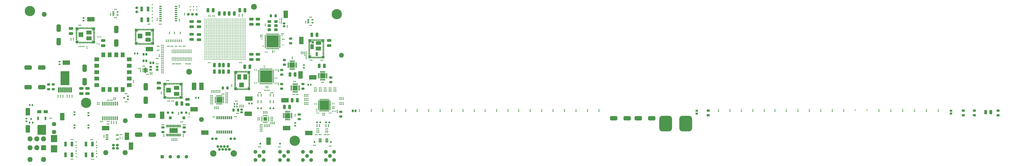
<source format=gts>
G04*
G04 #@! TF.GenerationSoftware,Altium Limited,Altium Designer,23.11.1 (41)*
G04*
G04 Layer_Color=8388736*
%FSLAX44Y44*%
%MOMM*%
G71*
G04*
G04 #@! TF.SameCoordinates,6B8C5B76-4EC9-4DBB-A8E1-E51C7E6A7B67*
G04*
G04*
G04 #@! TF.FilePolarity,Negative*
G04*
G01*
G75*
%ADD41R,5.1600X3.1000*%
G04:AMPARAMS|DCode=115|XSize=4.527mm|YSize=2.627mm|CornerRadius=0.6885mm|HoleSize=0mm|Usage=FLASHONLY|Rotation=0.000|XOffset=0mm|YOffset=0mm|HoleType=Round|Shape=RoundedRectangle|*
%AMROUNDEDRECTD115*
21,1,4.5270,1.2500,0,0,0.0*
21,1,3.1500,2.6270,0,0,0.0*
1,1,1.3770,1.5750,-0.6250*
1,1,1.3770,-1.5750,-0.6250*
1,1,1.3770,-1.5750,0.6250*
1,1,1.3770,1.5750,0.6250*
%
%ADD115ROUNDEDRECTD115*%
%ADD116R,0.9020X1.8418*%
G04:AMPARAMS|DCode=117|XSize=1.8418mm|YSize=0.902mm|CornerRadius=0.2605mm|HoleSize=0mm|Usage=FLASHONLY|Rotation=270.000|XOffset=0mm|YOffset=0mm|HoleType=Round|Shape=RoundedRectangle|*
%AMROUNDEDRECTD117*
21,1,1.8418,0.3810,0,0,270.0*
21,1,1.3208,0.9020,0,0,270.0*
1,1,0.5210,-0.1905,-0.6604*
1,1,0.5210,-0.1905,0.6604*
1,1,0.5210,0.1905,0.6604*
1,1,0.5210,0.1905,-0.6604*
%
%ADD117ROUNDEDRECTD117*%
G04:AMPARAMS|DCode=118|XSize=1.9304mm|YSize=1.3208mm|CornerRadius=0.2665mm|HoleSize=0mm|Usage=FLASHONLY|Rotation=180.000|XOffset=0mm|YOffset=0mm|HoleType=Round|Shape=RoundedRectangle|*
%AMROUNDEDRECTD118*
21,1,1.9304,0.7879,0,0,180.0*
21,1,1.3975,1.3208,0,0,180.0*
1,1,0.5329,-0.6988,0.3940*
1,1,0.5329,0.6988,0.3940*
1,1,0.5329,0.6988,-0.3940*
1,1,0.5329,-0.6988,-0.3940*
%
%ADD118ROUNDEDRECTD118*%
G04:AMPARAMS|DCode=119|XSize=2.627mm|YSize=1.627mm|CornerRadius=0.3635mm|HoleSize=0mm|Usage=FLASHONLY|Rotation=90.000|XOffset=0mm|YOffset=0mm|HoleType=Round|Shape=RoundedRectangle|*
%AMROUNDEDRECTD119*
21,1,2.6270,0.9000,0,0,90.0*
21,1,1.9000,1.6270,0,0,90.0*
1,1,0.7270,0.4500,0.9500*
1,1,0.7270,0.4500,-0.9500*
1,1,0.7270,-0.4500,-0.9500*
1,1,0.7270,-0.4500,0.9500*
%
%ADD119ROUNDEDRECTD119*%
G04:AMPARAMS|DCode=120|XSize=1.524mm|YSize=1.2192mm|CornerRadius=0.2656mm|HoleSize=0mm|Usage=FLASHONLY|Rotation=180.000|XOffset=0mm|YOffset=0mm|HoleType=Round|Shape=RoundedRectangle|*
%AMROUNDEDRECTD120*
21,1,1.5240,0.6881,0,0,180.0*
21,1,0.9929,1.2192,0,0,180.0*
1,1,0.5311,-0.4964,0.3440*
1,1,0.5311,0.4964,0.3440*
1,1,0.5311,0.4964,-0.3440*
1,1,0.5311,-0.4964,-0.3440*
%
%ADD120ROUNDEDRECTD120*%
G04:AMPARAMS|DCode=121|XSize=0.635mm|YSize=0.635mm|CornerRadius=0.2159mm|HoleSize=0mm|Usage=FLASHONLY|Rotation=180.000|XOffset=0mm|YOffset=0mm|HoleType=Round|Shape=RoundedRectangle|*
%AMROUNDEDRECTD121*
21,1,0.6350,0.2032,0,0,180.0*
21,1,0.2032,0.6350,0,0,180.0*
1,1,0.4318,-0.1016,0.1016*
1,1,0.4318,0.1016,0.1016*
1,1,0.4318,0.1016,-0.1016*
1,1,0.4318,-0.1016,-0.1016*
%
%ADD121ROUNDEDRECTD121*%
%ADD122R,0.5842X0.4318*%
G04:AMPARAMS|DCode=123|XSize=7.927mm|YSize=9.727mm|CornerRadius=2.0135mm|HoleSize=0mm|Usage=FLASHONLY|Rotation=0.000|XOffset=0mm|YOffset=0mm|HoleType=Round|Shape=RoundedRectangle|*
%AMROUNDEDRECTD123*
21,1,7.9270,5.7000,0,0,0.0*
21,1,3.9000,9.7270,0,0,0.0*
1,1,4.0270,1.9500,-2.8500*
1,1,4.0270,-1.9500,-2.8500*
1,1,4.0270,-1.9500,2.8500*
1,1,4.0270,1.9500,2.8500*
%
%ADD123ROUNDEDRECTD123*%
G04:AMPARAMS|DCode=124|XSize=1.524mm|YSize=1.2192mm|CornerRadius=0.2656mm|HoleSize=0mm|Usage=FLASHONLY|Rotation=90.000|XOffset=0mm|YOffset=0mm|HoleType=Round|Shape=RoundedRectangle|*
%AMROUNDEDRECTD124*
21,1,1.5240,0.6881,0,0,90.0*
21,1,0.9929,1.2192,0,0,90.0*
1,1,0.5311,0.3440,0.4964*
1,1,0.5311,0.3440,-0.4964*
1,1,0.5311,-0.3440,-0.4964*
1,1,0.5311,-0.3440,0.4964*
%
%ADD124ROUNDEDRECTD124*%
%ADD125R,3.2000X2.3000*%
%ADD126R,1.0900X0.7400*%
%ADD127R,1.7400X1.8400*%
%ADD128R,0.7400X1.0900*%
%ADD129R,1.2400X2.3900*%
%ADD130R,1.5000X1.3400*%
%ADD131R,2.1400X3.1500*%
%ADD132R,3.2400X2.3400*%
G04:AMPARAMS|DCode=133|XSize=2.627mm|YSize=1.627mm|CornerRadius=0.3635mm|HoleSize=0mm|Usage=FLASHONLY|Rotation=180.000|XOffset=0mm|YOffset=0mm|HoleType=Round|Shape=RoundedRectangle|*
%AMROUNDEDRECTD133*
21,1,2.6270,0.9000,0,0,180.0*
21,1,1.9000,1.6270,0,0,180.0*
1,1,0.7270,-0.9500,0.4500*
1,1,0.7270,0.9500,0.4500*
1,1,0.7270,0.9500,-0.4500*
1,1,0.7270,-0.9500,-0.4500*
%
%ADD133ROUNDEDRECTD133*%
G04:AMPARAMS|DCode=134|XSize=2.54mm|YSize=1.79mm|CornerRadius=0.1113mm|HoleSize=0mm|Usage=FLASHONLY|Rotation=270.000|XOffset=0mm|YOffset=0mm|HoleType=Round|Shape=RoundedRectangle|*
%AMROUNDEDRECTD134*
21,1,2.5400,1.5675,0,0,270.0*
21,1,2.3175,1.7900,0,0,270.0*
1,1,0.2225,-0.7838,-1.1588*
1,1,0.2225,-0.7838,1.1588*
1,1,0.2225,0.7838,1.1588*
1,1,0.2225,0.7838,-1.1588*
%
%ADD134ROUNDEDRECTD134*%
G04:AMPARAMS|DCode=135|XSize=0.38mm|YSize=0.74mm|CornerRadius=0.1192mm|HoleSize=0mm|Usage=FLASHONLY|Rotation=270.000|XOffset=0mm|YOffset=0mm|HoleType=Round|Shape=RoundedRectangle|*
%AMROUNDEDRECTD135*
21,1,0.3800,0.5016,0,0,270.0*
21,1,0.1416,0.7400,0,0,270.0*
1,1,0.2384,-0.2508,-0.0708*
1,1,0.2384,-0.2508,0.0708*
1,1,0.2384,0.2508,0.0708*
1,1,0.2384,0.2508,-0.0708*
%
%ADD135ROUNDEDRECTD135*%
G04:AMPARAMS|DCode=136|XSize=1.74mm|YSize=1.84mm|CornerRadius=0.47mm|HoleSize=0mm|Usage=FLASHONLY|Rotation=270.000|XOffset=0mm|YOffset=0mm|HoleType=Round|Shape=RoundedRectangle|*
%AMROUNDEDRECTD136*
21,1,1.7400,0.9000,0,0,270.0*
21,1,0.8000,1.8400,0,0,270.0*
1,1,0.9400,-0.4500,-0.4000*
1,1,0.9400,-0.4500,0.4000*
1,1,0.9400,0.4500,0.4000*
1,1,0.9400,0.4500,-0.4000*
%
%ADD136ROUNDEDRECTD136*%
%ADD137R,2.9400X2.9400*%
%ADD138R,1.8400X1.7400*%
%ADD139R,3.2400X2.4900*%
G04:AMPARAMS|DCode=140|XSize=0.635mm|YSize=0.635mm|CornerRadius=0.2159mm|HoleSize=0mm|Usage=FLASHONLY|Rotation=90.000|XOffset=0mm|YOffset=0mm|HoleType=Round|Shape=RoundedRectangle|*
%AMROUNDEDRECTD140*
21,1,0.6350,0.2032,0,0,90.0*
21,1,0.2032,0.6350,0,0,90.0*
1,1,0.4318,0.1016,0.1016*
1,1,0.4318,0.1016,-0.1016*
1,1,0.4318,-0.1016,-0.1016*
1,1,0.4318,-0.1016,0.1016*
%
%ADD140ROUNDEDRECTD140*%
%ADD141C,0.5770*%
G04:AMPARAMS|DCode=142|XSize=1.127mm|YSize=0.927mm|CornerRadius=0.2635mm|HoleSize=0mm|Usage=FLASHONLY|Rotation=180.000|XOffset=0mm|YOffset=0mm|HoleType=Round|Shape=RoundedRectangle|*
%AMROUNDEDRECTD142*
21,1,1.1270,0.4000,0,0,180.0*
21,1,0.6000,0.9270,0,0,180.0*
1,1,0.5270,-0.3000,0.2000*
1,1,0.5270,0.3000,0.2000*
1,1,0.5270,0.3000,-0.2000*
1,1,0.5270,-0.3000,-0.2000*
%
%ADD142ROUNDEDRECTD142*%
%ADD143R,0.8382X1.1430*%
%ADD144R,4.6400X2.6700*%
%ADD145R,2.6700X4.6400*%
%ADD146R,2.4900X3.2400*%
%ADD147R,1.7400X1.8400*%
%ADD148R,2.9400X2.9400*%
G04:AMPARAMS|DCode=149|XSize=1.74mm|YSize=1.84mm|CornerRadius=0.47mm|HoleSize=0mm|Usage=FLASHONLY|Rotation=0.000|XOffset=0mm|YOffset=0mm|HoleType=Round|Shape=RoundedRectangle|*
%AMROUNDEDRECTD149*
21,1,1.7400,0.9000,0,0,0.0*
21,1,0.8000,1.8400,0,0,0.0*
1,1,0.9400,0.4000,-0.4500*
1,1,0.9400,-0.4000,-0.4500*
1,1,0.9400,-0.4000,0.4500*
1,1,0.9400,0.4000,0.4500*
%
%ADD149ROUNDEDRECTD149*%
G04:AMPARAMS|DCode=150|XSize=4.527mm|YSize=2.627mm|CornerRadius=0.6885mm|HoleSize=0mm|Usage=FLASHONLY|Rotation=270.000|XOffset=0mm|YOffset=0mm|HoleType=Round|Shape=RoundedRectangle|*
%AMROUNDEDRECTD150*
21,1,4.5270,1.2500,0,0,270.0*
21,1,3.1500,2.6270,0,0,270.0*
1,1,1.3770,-0.6250,-1.5750*
1,1,1.3770,-0.6250,1.5750*
1,1,1.3770,0.6250,1.5750*
1,1,1.3770,0.6250,-1.5750*
%
%ADD150ROUNDEDRECTD150*%
%ADD151O,0.3700X0.9400*%
%ADD152O,0.9400X0.3700*%
%ADD153R,7.5400X7.5400*%
%ADD154R,0.4318X0.5842*%
G04:AMPARAMS|DCode=155|XSize=1.9304mm|YSize=1.3208mm|CornerRadius=0.2665mm|HoleSize=0mm|Usage=FLASHONLY|Rotation=90.000|XOffset=0mm|YOffset=0mm|HoleType=Round|Shape=RoundedRectangle|*
%AMROUNDEDRECTD155*
21,1,1.9304,0.7879,0,0,90.0*
21,1,1.3975,1.3208,0,0,90.0*
1,1,0.5329,0.3940,0.6988*
1,1,0.5329,0.3940,-0.6988*
1,1,0.5329,-0.3940,-0.6988*
1,1,0.5329,-0.3940,0.6988*
%
%ADD155ROUNDEDRECTD155*%
%ADD156R,2.0900X1.6900*%
%ADD157R,2.9400X2.4400*%
%ADD158R,2.4400X2.9400*%
G04:AMPARAMS|DCode=159|XSize=1.09mm|YSize=0.44mm|CornerRadius=0.145mm|HoleSize=0mm|Usage=FLASHONLY|Rotation=0.000|XOffset=0mm|YOffset=0mm|HoleType=Round|Shape=RoundedRectangle|*
%AMROUNDEDRECTD159*
21,1,1.0900,0.1500,0,0,0.0*
21,1,0.8000,0.4400,0,0,0.0*
1,1,0.2900,0.4000,-0.0750*
1,1,0.2900,-0.4000,-0.0750*
1,1,0.2900,-0.4000,0.0750*
1,1,0.2900,0.4000,0.0750*
%
%ADD159ROUNDEDRECTD159*%
G04:AMPARAMS|DCode=160|XSize=0.49mm|YSize=1.14mm|CornerRadius=0.1575mm|HoleSize=0mm|Usage=FLASHONLY|Rotation=0.000|XOffset=0mm|YOffset=0mm|HoleType=Round|Shape=RoundedRectangle|*
%AMROUNDEDRECTD160*
21,1,0.4900,0.8250,0,0,0.0*
21,1,0.1750,1.1400,0,0,0.0*
1,1,0.3150,0.0875,-0.4125*
1,1,0.3150,-0.0875,-0.4125*
1,1,0.3150,-0.0875,0.4125*
1,1,0.3150,0.0875,0.4125*
%
%ADD160ROUNDEDRECTD160*%
%ADD161R,3.1500X3.1500*%
G04:AMPARAMS|DCode=162|XSize=0.49mm|YSize=1.14mm|CornerRadius=0.1575mm|HoleSize=0mm|Usage=FLASHONLY|Rotation=270.000|XOffset=0mm|YOffset=0mm|HoleType=Round|Shape=RoundedRectangle|*
%AMROUNDEDRECTD162*
21,1,0.4900,0.8250,0,0,270.0*
21,1,0.1750,1.1400,0,0,270.0*
1,1,0.3150,-0.4125,-0.0875*
1,1,0.3150,-0.4125,0.0875*
1,1,0.3150,0.4125,0.0875*
1,1,0.3150,0.4125,-0.0875*
%
%ADD162ROUNDEDRECTD162*%
G04:AMPARAMS|DCode=163|XSize=3.15mm|YSize=3.15mm|CornerRadius=0.1575mm|HoleSize=0mm|Usage=FLASHONLY|Rotation=270.000|XOffset=0mm|YOffset=0mm|HoleType=Round|Shape=RoundedRectangle|*
%AMROUNDEDRECTD163*
21,1,3.1500,2.8350,0,0,270.0*
21,1,2.8350,3.1500,0,0,270.0*
1,1,0.3150,-1.4175,-1.4175*
1,1,0.3150,-1.4175,1.4175*
1,1,0.3150,1.4175,1.4175*
1,1,0.3150,1.4175,-1.4175*
%
%ADD163ROUNDEDRECTD163*%
%ADD164R,1.5400X2.8900*%
%ADD165R,1.1430X0.8382*%
%ADD166C,3.0000*%
G04:AMPARAMS|DCode=167|XSize=2.4632mm|YSize=2.3632mm|CornerRadius=0.6416mm|HoleSize=0mm|Usage=FLASHONLY|Rotation=180.000|XOffset=0mm|YOffset=0mm|HoleType=Round|Shape=RoundedRectangle|*
%AMROUNDEDRECTD167*
21,1,2.4632,1.0800,0,0,180.0*
21,1,1.1800,2.3632,0,0,180.0*
1,1,1.2832,-0.5900,0.5400*
1,1,1.2832,0.5900,0.5400*
1,1,1.2832,0.5900,-0.5400*
1,1,1.2832,-0.5900,-0.5400*
%
%ADD167ROUNDEDRECTD167*%
%ADD168R,2.6524X1.8524*%
%ADD169R,1.0770X2.1270*%
%ADD170R,5.2770X6.1270*%
%ADD171R,4.0132X4.4450*%
G04:AMPARAMS|DCode=172|XSize=3.15mm|YSize=3.15mm|CornerRadius=0.1575mm|HoleSize=0mm|Usage=FLASHONLY|Rotation=0.000|XOffset=0mm|YOffset=0mm|HoleType=Round|Shape=RoundedRectangle|*
%AMROUNDEDRECTD172*
21,1,3.1500,2.8350,0,0,0.0*
21,1,2.8350,3.1500,0,0,0.0*
1,1,0.3150,1.4175,-1.4175*
1,1,0.3150,-1.4175,-1.4175*
1,1,0.3150,-1.4175,1.4175*
1,1,0.3150,1.4175,1.4175*
%
%ADD172ROUNDEDRECTD172*%
%ADD173R,2.2500X2.2500*%
%ADD174O,0.9500X0.3500*%
%ADD175O,0.3500X0.9500*%
G04:AMPARAMS|DCode=176|XSize=0.4mm|YSize=0.55mm|CornerRadius=0.125mm|HoleSize=0mm|Usage=FLASHONLY|Rotation=90.000|XOffset=0mm|YOffset=0mm|HoleType=Round|Shape=RoundedRectangle|*
%AMROUNDEDRECTD176*
21,1,0.4000,0.3000,0,0,90.0*
21,1,0.1500,0.5500,0,0,90.0*
1,1,0.2500,0.1500,0.0750*
1,1,0.2500,0.1500,-0.0750*
1,1,0.2500,-0.1500,-0.0750*
1,1,0.2500,-0.1500,0.0750*
%
%ADD176ROUNDEDRECTD176*%
%ADD177R,1.7770X0.7270*%
%ADD178R,0.6990X2.4390*%
G04:AMPARAMS|DCode=179|XSize=0.79mm|YSize=0.99mm|CornerRadius=0.2325mm|HoleSize=0mm|Usage=FLASHONLY|Rotation=180.000|XOffset=0mm|YOffset=0mm|HoleType=Round|Shape=RoundedRectangle|*
%AMROUNDEDRECTD179*
21,1,0.7900,0.5250,0,0,180.0*
21,1,0.3250,0.9900,0,0,180.0*
1,1,0.4650,-0.1625,0.2625*
1,1,0.4650,0.1625,0.2625*
1,1,0.4650,0.1625,-0.2625*
1,1,0.4650,-0.1625,-0.2625*
%
%ADD179ROUNDEDRECTD179*%
%ADD180R,0.9270X0.3770*%
%ADD181R,0.3770X0.9270*%
G04:AMPARAMS|DCode=182|XSize=3.527mm|YSize=3.527mm|CornerRadius=0mm|HoleSize=0mm|Usage=FLASHONLY|Rotation=90.000|XOffset=0mm|YOffset=0mm|HoleType=Round|Shape=RoundedRectangle|*
%AMROUNDEDRECTD182*
21,1,3.5270,3.5270,0,0,90.0*
21,1,3.5270,3.5270,0,0,90.0*
1,1,0.0000,1.7635,1.7635*
1,1,0.0000,1.7635,-1.7635*
1,1,0.0000,-1.7635,-1.7635*
1,1,0.0000,-1.7635,1.7635*
%
%ADD182ROUNDEDRECTD182*%
%ADD183C,1.1400*%
%ADD184O,0.4200X0.9900*%
%ADD185O,0.9900X0.4200*%
%ADD186R,5.7400X5.7400*%
%ADD187R,0.7670X0.7370*%
%ADD188O,1.9400X0.5400*%
G04:AMPARAMS|DCode=189|XSize=0.7424mm|YSize=0.6024mm|CornerRadius=0.1887mm|HoleSize=0mm|Usage=FLASHONLY|Rotation=90.000|XOffset=0mm|YOffset=0mm|HoleType=Round|Shape=RoundedRectangle|*
%AMROUNDEDRECTD189*
21,1,0.7424,0.2250,0,0,90.0*
21,1,0.3650,0.6024,0,0,90.0*
1,1,0.3774,0.1125,0.1825*
1,1,0.3774,0.1125,-0.1825*
1,1,0.3774,-0.1125,-0.1825*
1,1,0.3774,-0.1125,0.1825*
%
%ADD189ROUNDEDRECTD189*%
%ADD190R,0.6024X0.7424*%
%ADD191O,0.4270X1.7270*%
%ADD192R,1.7524X1.6524*%
G04:AMPARAMS|DCode=193|XSize=1.3524mm|YSize=1.3524mm|CornerRadius=0.3762mm|HoleSize=0mm|Usage=FLASHONLY|Rotation=180.000|XOffset=0mm|YOffset=0mm|HoleType=Round|Shape=RoundedRectangle|*
%AMROUNDEDRECTD193*
21,1,1.3524,0.6000,0,0,180.0*
21,1,0.6000,1.3524,0,0,180.0*
1,1,0.7524,-0.3000,0.3000*
1,1,0.7524,0.3000,0.3000*
1,1,0.7524,0.3000,-0.3000*
1,1,0.7524,-0.3000,-0.3000*
%
%ADD193ROUNDEDRECTD193*%
%ADD194R,1.3524X1.3524*%
%ADD195R,1.1900X0.7400*%
G04:AMPARAMS|DCode=196|XSize=1.127mm|YSize=0.927mm|CornerRadius=0.2635mm|HoleSize=0mm|Usage=FLASHONLY|Rotation=90.000|XOffset=0mm|YOffset=0mm|HoleType=Round|Shape=RoundedRectangle|*
%AMROUNDEDRECTD196*
21,1,1.1270,0.4000,0,0,90.0*
21,1,0.6000,0.9270,0,0,90.0*
1,1,0.5270,0.2000,0.3000*
1,1,0.5270,0.2000,-0.3000*
1,1,0.5270,-0.2000,-0.3000*
1,1,0.5270,-0.2000,0.3000*
%
%ADD196ROUNDEDRECTD196*%
%ADD197C,0.5500*%
%ADD198R,1.5370X0.7750*%
G04:AMPARAMS|DCode=199|XSize=3.2mm|YSize=1.03mm|CornerRadius=0.2925mm|HoleSize=0mm|Usage=FLASHONLY|Rotation=90.000|XOffset=0mm|YOffset=0mm|HoleType=Round|Shape=RoundedRectangle|*
%AMROUNDEDRECTD199*
21,1,3.2000,0.4450,0,0,90.0*
21,1,2.6150,1.0300,0,0,90.0*
1,1,0.5850,0.2225,1.3075*
1,1,0.5850,0.2225,-1.3075*
1,1,0.5850,-0.2225,-1.3075*
1,1,0.5850,-0.2225,1.3075*
%
%ADD199ROUNDEDRECTD199*%
%ADD200R,5.4900X8.6800*%
%ADD201C,6.3400*%
%ADD202C,3.6270*%
%ADD203C,2.3270*%
%ADD204C,3.1372*%
%ADD205C,3.1400*%
%ADD206R,3.1400X3.1400*%
%ADD207R,2.1450X2.1450*%
%ADD208C,2.1450*%
%ADD209C,1.7400*%
%ADD210C,0.7270*%
%ADD211C,1.6510*%
G04:AMPARAMS|DCode=212|XSize=1.651mm|YSize=1.651mm|CornerRadius=0mm|HoleSize=0mm|Usage=FLASHONLY|Rotation=0.000|XOffset=0mm|YOffset=0mm|HoleType=Round|Shape=Octagon|*
%AMOCTAGOND212*
4,1,8,0.8255,-0.4128,0.8255,0.4128,0.4128,0.8255,-0.4128,0.8255,-0.8255,0.4128,-0.8255,-0.4128,-0.4128,-0.8255,0.4128,-0.8255,0.8255,-0.4128,0.0*
%
%ADD212OCTAGOND212*%

%ADD213C,3.9370*%
%ADD214C,1.6764*%
%ADD215C,0.3000*%
G36*
X768118Y600680D02*
X768145D01*
X768173Y600675D01*
X768200Y600673D01*
X768227Y600667D01*
X768254Y600662D01*
X768280Y600654D01*
X768307Y600647D01*
X768333Y600637D01*
X768359Y600628D01*
X768543Y600552D01*
X768567Y600540D01*
X768593Y600529D01*
X768616Y600515D01*
X768641Y600502D01*
X768663Y600486D01*
X768687Y600471D01*
X768708Y600454D01*
X768730Y600438D01*
X768750Y600418D01*
X768771Y600400D01*
X768911Y600259D01*
X768929Y600238D01*
X768949Y600219D01*
X768965Y600196D01*
X768983Y600176D01*
X768997Y600152D01*
X769013Y600130D01*
X769026Y600105D01*
X769040Y600082D01*
X769051Y600056D01*
X769063Y600032D01*
X769140Y599848D01*
X769148Y599821D01*
X769159Y599796D01*
X769165Y599769D01*
X769174Y599743D01*
X769178Y599716D01*
X769184Y599689D01*
X769186Y599661D01*
X769191Y599634D01*
Y599607D01*
X769193Y599579D01*
Y599480D01*
Y566480D01*
Y566380D01*
X769191Y566353D01*
Y566325D01*
X769186Y566298D01*
X769184Y566270D01*
X769178Y566244D01*
X769174Y566216D01*
X769165Y566190D01*
X769159Y566163D01*
X769148Y566138D01*
X769140Y566111D01*
X769063Y565928D01*
X769051Y565903D01*
X769040Y565878D01*
X769026Y565854D01*
X769013Y565830D01*
X768997Y565807D01*
X768983Y565784D01*
X768965Y565763D01*
X768949Y565740D01*
X768929Y565721D01*
X768911Y565700D01*
X768771Y565559D01*
X768749Y565541D01*
X768730Y565522D01*
X768708Y565506D01*
X768687Y565488D01*
X768663Y565473D01*
X768641Y565457D01*
X768616Y565444D01*
X768593Y565430D01*
X768568Y565420D01*
X768543Y565407D01*
X768359Y565331D01*
X768333Y565322D01*
X768307Y565312D01*
X768280Y565305D01*
X768254Y565297D01*
X768227Y565293D01*
X768200Y565286D01*
X768172Y565284D01*
X768145Y565280D01*
X768118D01*
X768090Y565277D01*
X766391D01*
X766364Y565280D01*
X766336D01*
X766309Y565284D01*
X766282Y565286D01*
X766255Y565293D01*
X766227Y565297D01*
X766201Y565305D01*
X766174Y565312D01*
X766149Y565322D01*
X766123Y565331D01*
X765939Y565407D01*
X765914Y565420D01*
X765889Y565430D01*
X765865Y565444D01*
X765841Y565457D01*
X765818Y565473D01*
X765795Y565488D01*
X765774Y565505D01*
X765752Y565522D01*
X765732Y565541D01*
X765711Y565559D01*
X765571Y565700D01*
X765553Y565721D01*
X765533Y565740D01*
X765517Y565763D01*
X765499Y565784D01*
X765484Y565807D01*
X765468Y565830D01*
X765456Y565854D01*
X765441Y565878D01*
X765431Y565903D01*
X765418Y565928D01*
X765342Y566111D01*
X765334Y566138D01*
X765323Y566163D01*
X765317Y566190D01*
X765308Y566216D01*
X765304Y566243D01*
X765297Y566270D01*
X765295Y566298D01*
X765291Y566325D01*
Y566353D01*
X765289Y566380D01*
Y566480D01*
Y599480D01*
Y599579D01*
X765291Y599607D01*
Y599634D01*
X765295Y599661D01*
X765297Y599689D01*
X765304Y599716D01*
X765308Y599743D01*
X765317Y599769D01*
X765323Y599796D01*
X765333Y599821D01*
X765342Y599848D01*
X765418Y600032D01*
X765431Y600056D01*
X765441Y600082D01*
X765456Y600105D01*
X765468Y600130D01*
X765485Y600152D01*
X765499Y600176D01*
X765517Y600196D01*
X765533Y600219D01*
X765553Y600238D01*
X765571Y600259D01*
X765711Y600400D01*
X765732Y600418D01*
X765752Y600438D01*
X765774Y600454D01*
X765795Y600471D01*
X765818Y600486D01*
X765841Y600502D01*
X765865Y600515D01*
X765889Y600529D01*
X765914Y600540D01*
X765939Y600552D01*
X766123Y600628D01*
X766149Y600637D01*
X766174Y600647D01*
X766201Y600654D01*
X766227Y600662D01*
X766255Y600667D01*
X766282Y600673D01*
X766309Y600675D01*
X766336Y600680D01*
X766364D01*
X766391Y600682D01*
X768090D01*
X768118Y600680D01*
D02*
G37*
G36*
X773118D02*
X773145D01*
X773173Y600675D01*
X773200Y600673D01*
X773227Y600667D01*
X773254Y600662D01*
X773280Y600654D01*
X773307Y600647D01*
X773333Y600637D01*
X773359Y600628D01*
X773543Y600552D01*
X773567Y600540D01*
X773593Y600529D01*
X773616Y600515D01*
X773641Y600502D01*
X773663Y600486D01*
X773687Y600471D01*
X773708Y600454D01*
X773730Y600438D01*
X773750Y600418D01*
X773771Y600400D01*
X773911Y600259D01*
X773929Y600238D01*
X773949Y600219D01*
X773965Y600196D01*
X773983Y600176D01*
X773997Y600152D01*
X774014Y600130D01*
X774026Y600105D01*
X774040Y600082D01*
X774051Y600056D01*
X774063Y600032D01*
X774140Y599848D01*
X774148Y599821D01*
X774159Y599796D01*
X774165Y599769D01*
X774174Y599743D01*
X774178Y599716D01*
X774184Y599689D01*
X774186Y599661D01*
X774191Y599634D01*
Y599607D01*
X774193Y599579D01*
Y599480D01*
Y566480D01*
Y566380D01*
X774191Y566353D01*
Y566325D01*
X774186Y566298D01*
X774184Y566270D01*
X774178Y566244D01*
X774174Y566216D01*
X774165Y566190D01*
X774159Y566163D01*
X774148Y566138D01*
X774140Y566111D01*
X774063Y565928D01*
X774051Y565903D01*
X774040Y565878D01*
X774026Y565854D01*
X774014Y565830D01*
X773997Y565807D01*
X773983Y565784D01*
X773965Y565763D01*
X773949Y565740D01*
X773929Y565721D01*
X773911Y565700D01*
X773771Y565559D01*
X773749Y565541D01*
X773730Y565522D01*
X773708Y565506D01*
X773687Y565488D01*
X773663Y565473D01*
X773641Y565457D01*
X773616Y565444D01*
X773593Y565430D01*
X773568Y565420D01*
X773543Y565407D01*
X773359Y565331D01*
X773333Y565322D01*
X773307Y565312D01*
X773280Y565305D01*
X773254Y565297D01*
X773227Y565293D01*
X773200Y565286D01*
X773172Y565284D01*
X773145Y565280D01*
X773118D01*
X773090Y565277D01*
X771391D01*
X771364Y565280D01*
X771336D01*
X771309Y565284D01*
X771282Y565286D01*
X771255Y565293D01*
X771227Y565297D01*
X771201Y565305D01*
X771174Y565312D01*
X771149Y565322D01*
X771123Y565331D01*
X770939Y565407D01*
X770914Y565420D01*
X770889Y565430D01*
X770865Y565444D01*
X770841Y565457D01*
X770818Y565473D01*
X770795Y565488D01*
X770774Y565505D01*
X770752Y565522D01*
X770732Y565541D01*
X770711Y565559D01*
X770571Y565700D01*
X770553Y565721D01*
X770533Y565740D01*
X770517Y565763D01*
X770499Y565784D01*
X770485Y565807D01*
X770468Y565830D01*
X770456Y565854D01*
X770441Y565878D01*
X770431Y565903D01*
X770418Y565928D01*
X770342Y566111D01*
X770334Y566138D01*
X770323Y566163D01*
X770317Y566190D01*
X770308Y566216D01*
X770304Y566243D01*
X770297Y566270D01*
X770295Y566298D01*
X770291Y566325D01*
Y566353D01*
X770289Y566380D01*
Y566480D01*
Y599480D01*
Y599579D01*
X770291Y599607D01*
Y599634D01*
X770295Y599661D01*
X770297Y599689D01*
X770304Y599716D01*
X770308Y599743D01*
X770317Y599769D01*
X770323Y599796D01*
X770334Y599821D01*
X770342Y599848D01*
X770418Y600032D01*
X770431Y600056D01*
X770441Y600082D01*
X770456Y600105D01*
X770468Y600130D01*
X770485Y600152D01*
X770499Y600176D01*
X770517Y600196D01*
X770533Y600219D01*
X770553Y600238D01*
X770571Y600259D01*
X770711Y600400D01*
X770732Y600418D01*
X770752Y600438D01*
X770774Y600454D01*
X770795Y600471D01*
X770818Y600486D01*
X770841Y600502D01*
X770865Y600515D01*
X770889Y600529D01*
X770914Y600540D01*
X770939Y600552D01*
X771123Y600628D01*
X771149Y600637D01*
X771174Y600647D01*
X771201Y600654D01*
X771227Y600662D01*
X771255Y600667D01*
X771282Y600673D01*
X771309Y600675D01*
X771336Y600680D01*
X771364D01*
X771391Y600682D01*
X773090D01*
X773118Y600680D01*
D02*
G37*
G36*
X1879950Y674633D02*
X1880057Y674608D01*
X1880099Y674590D01*
X1880159Y674566D01*
X1880253Y674508D01*
X1880336Y674436D01*
Y674436D01*
X1880336D01*
X1880408Y674353D01*
X1880466Y674259D01*
X1880490Y674199D01*
X1880508Y674157D01*
X1880533Y674050D01*
X1880542Y673940D01*
D01*
Y673940D01*
Y656940D01*
X1880533Y656830D01*
X1880508Y656723D01*
X1880466Y656621D01*
X1880408Y656527D01*
X1880336Y656443D01*
X1880253Y656372D01*
X1880159Y656314D01*
X1880057Y656272D01*
X1879950Y656246D01*
X1879840Y656238D01*
X1863840D01*
D01*
X1863840D01*
X1863730Y656246D01*
X1863623Y656272D01*
X1863521Y656314D01*
X1863427Y656372D01*
X1863344Y656443D01*
X1863272Y656527D01*
X1863214Y656621D01*
X1863172Y656723D01*
X1863147Y656830D01*
X1863138Y656940D01*
Y656940D01*
D01*
X1863138Y666440D01*
X1863140Y666470D01*
X1863141Y666500D01*
X1863145Y666525D01*
X1863147Y666550D01*
X1863154Y666579D01*
X1863159Y666609D01*
X1863167Y666633D01*
X1863172Y666657D01*
X1863184Y666685D01*
X1863194Y666713D01*
X1863205Y666736D01*
X1863215Y666759D01*
X1863230Y666784D01*
X1863244Y666811D01*
X1863259Y666832D01*
X1863272Y666853D01*
X1863292Y666876D01*
X1863310Y666900D01*
X1869809Y674399D01*
X1869827Y674417D01*
X1869843Y674436D01*
X1869866Y674455D01*
X1869888Y674477D01*
X1869908Y674491D01*
X1869927Y674508D01*
X1869953Y674523D01*
X1869978Y674541D01*
X1870000Y674552D01*
X1870021Y674565D01*
X1870049Y674577D01*
X1870076Y674590D01*
X1870100Y674598D01*
X1870123Y674607D01*
X1870152Y674614D01*
X1870181Y674623D01*
X1870206Y674627D01*
X1870230Y674633D01*
X1870260Y674635D01*
X1870290Y674640D01*
X1870315Y674640D01*
X1870340Y674642D01*
X1879840Y674642D01*
D01*
X1879840D01*
X1879950Y674633D01*
D02*
G37*
D41*
X944880Y208280D02*
D03*
D115*
X127000Y477520D02*
D03*
X43000D02*
D03*
X127000Y599440D02*
D03*
X43000D02*
D03*
X3827780Y284480D02*
D03*
X3911780D02*
D03*
X3675380D02*
D03*
X3759380D02*
D03*
X810440Y299720D02*
D03*
X726440D02*
D03*
X812800Y182880D02*
D03*
X728800D02*
D03*
D116*
X1266190Y288290D02*
D03*
X1278890D02*
D03*
X1291590D02*
D03*
X1215390D02*
D03*
X1228090D02*
D03*
X1240790D02*
D03*
X1253490D02*
D03*
X1266190Y199390D02*
D03*
X1278890D02*
D03*
X1291590D02*
D03*
X1304290D02*
D03*
X1215390D02*
D03*
X1228090D02*
D03*
X1240790D02*
D03*
X1253490D02*
D03*
D117*
X1304290Y288290D02*
D03*
D118*
X6060440Y303022D02*
D03*
Y331978D02*
D03*
X5913120Y303022D02*
D03*
Y331978D02*
D03*
X5844540Y303022D02*
D03*
Y331978D02*
D03*
X4262120D02*
D03*
Y303022D02*
D03*
X1671240Y750062D02*
D03*
Y779018D02*
D03*
X1725020Y308378D02*
D03*
Y279422D02*
D03*
X1920160Y508762D02*
D03*
Y537718D02*
D03*
X1747520Y497078D02*
D03*
Y468122D02*
D03*
X1615440Y497078D02*
D03*
Y468122D02*
D03*
X1982040Y324358D02*
D03*
Y295402D02*
D03*
X1615440Y555752D02*
D03*
Y584708D02*
D03*
X1010920Y227838D02*
D03*
Y198882D02*
D03*
X878840D02*
D03*
Y227838D02*
D03*
X1633060Y617220D02*
D03*
X198311Y494387D02*
D03*
X169681D02*
D03*
X1633060Y646176D02*
D03*
X198311Y465431D02*
D03*
X169681D02*
D03*
D119*
X5983480Y322580D02*
D03*
X6015480D02*
D03*
X964440Y375920D02*
D03*
X996440D02*
D03*
X1418080Y604520D02*
D03*
X1386080D02*
D03*
X1880360Y609600D02*
D03*
X1848360D02*
D03*
X1632820Y354860D02*
D03*
X1664820D02*
D03*
X1681214Y396565D02*
D03*
X1713214D02*
D03*
X1802640Y802640D02*
D03*
X1834640D02*
D03*
X1667100Y556260D02*
D03*
X1699100D02*
D03*
X1286000Y614680D02*
D03*
Y574040D02*
D03*
X1228600Y934720D02*
D03*
X1321560D02*
D03*
X1355600Y955040D02*
D03*
X1190750D02*
D03*
X1198120Y614680D02*
D03*
Y574040D02*
D03*
X1254000Y614680D02*
D03*
Y574040D02*
D03*
X1260600Y934720D02*
D03*
X1289560D02*
D03*
X1387600Y955040D02*
D03*
X1158750D02*
D03*
X1230120Y614680D02*
D03*
Y574040D02*
D03*
D120*
X5768340Y314071D02*
D03*
Y331089D02*
D03*
X4191000Y331597D02*
D03*
Y313563D02*
D03*
X843521Y603648D02*
D03*
Y586630D02*
D03*
X1630600Y872949D02*
D03*
Y855931D02*
D03*
X802880Y586630D02*
D03*
Y603648D02*
D03*
X1366520Y338709D02*
D03*
Y321691D02*
D03*
D121*
X5689600Y328295D02*
D03*
Y337185D02*
D03*
X5615940Y328295D02*
D03*
Y337185D02*
D03*
X5542280Y328295D02*
D03*
Y337185D02*
D03*
X5468620Y328295D02*
D03*
Y337185D02*
D03*
X5394960Y328295D02*
D03*
Y337185D02*
D03*
X5321300Y328295D02*
D03*
Y337185D02*
D03*
X5102860Y328295D02*
D03*
Y337185D02*
D03*
X5031740Y328295D02*
D03*
Y337185D02*
D03*
X4960620Y328295D02*
D03*
Y337185D02*
D03*
X4889500Y328295D02*
D03*
Y337185D02*
D03*
X4818380Y328295D02*
D03*
Y337185D02*
D03*
X4747260Y328295D02*
D03*
Y337185D02*
D03*
X4676140Y328295D02*
D03*
Y337185D02*
D03*
X4610100Y328295D02*
D03*
Y337185D02*
D03*
X4538980Y328295D02*
D03*
Y337185D02*
D03*
X4467860Y328295D02*
D03*
Y337185D02*
D03*
X4396740Y328295D02*
D03*
Y337185D02*
D03*
X4325620Y328295D02*
D03*
Y337185D02*
D03*
X3583940Y328295D02*
D03*
Y337185D02*
D03*
X3512820Y328295D02*
D03*
Y337185D02*
D03*
X3441700Y328295D02*
D03*
Y337185D02*
D03*
X3370580Y328295D02*
D03*
Y337185D02*
D03*
X3299460Y328295D02*
D03*
Y337185D02*
D03*
X3228340Y328295D02*
D03*
Y337185D02*
D03*
X3157220Y328295D02*
D03*
Y337185D02*
D03*
X3086100Y328295D02*
D03*
Y337185D02*
D03*
X3020060Y328295D02*
D03*
Y337185D02*
D03*
X2948940Y328295D02*
D03*
Y337185D02*
D03*
X2877820Y328295D02*
D03*
Y337185D02*
D03*
X2811780Y328295D02*
D03*
Y337185D02*
D03*
X2740660Y328295D02*
D03*
Y337185D02*
D03*
X2669540Y328295D02*
D03*
Y337185D02*
D03*
X2598420Y328295D02*
D03*
Y337185D02*
D03*
X2527300Y328295D02*
D03*
Y337185D02*
D03*
X2456180Y328295D02*
D03*
Y337185D02*
D03*
X2385060Y328295D02*
D03*
Y337185D02*
D03*
X2313940Y328295D02*
D03*
Y337185D02*
D03*
X2242820Y328295D02*
D03*
Y337185D02*
D03*
X2171700Y328295D02*
D03*
Y337185D02*
D03*
X2098040Y328295D02*
D03*
Y337185D02*
D03*
X911860Y761365D02*
D03*
Y770255D02*
D03*
X919480Y809625D02*
D03*
Y818515D02*
D03*
X986790Y809625D02*
D03*
Y818515D02*
D03*
X857250Y668655D02*
D03*
Y677545D02*
D03*
X323464Y779949D02*
D03*
Y771059D02*
D03*
X308223D02*
D03*
Y779949D02*
D03*
X1513760Y859995D02*
D03*
Y868885D02*
D03*
X1614494Y895500D02*
D03*
Y904390D02*
D03*
X1559480Y702945D02*
D03*
Y694055D02*
D03*
X1614494Y884705D02*
D03*
Y875815D02*
D03*
X1650920Y849835D02*
D03*
Y858725D02*
D03*
X1737360Y695325D02*
D03*
Y686435D02*
D03*
X1747520Y695325D02*
D03*
Y686435D02*
D03*
X1757680Y695325D02*
D03*
Y686435D02*
D03*
X1767840Y655955D02*
D03*
Y664845D02*
D03*
Y695325D02*
D03*
Y686435D02*
D03*
X695960Y517525D02*
D03*
Y508635D02*
D03*
X1699620Y308505D02*
D03*
Y299615D02*
D03*
X1595120Y502285D02*
D03*
Y493395D02*
D03*
X1681480Y655320D02*
D03*
Y664210D02*
D03*
X1305560Y492125D02*
D03*
Y483235D02*
D03*
X868680Y437515D02*
D03*
Y446405D02*
D03*
X800221Y567105D02*
D03*
Y558215D02*
D03*
X810381Y567105D02*
D03*
Y558215D02*
D03*
X739261Y573455D02*
D03*
Y582345D02*
D03*
X513080Y168275D02*
D03*
Y177165D02*
D03*
X574040Y263525D02*
D03*
Y254635D02*
D03*
X558800Y263525D02*
D03*
Y254635D02*
D03*
X589280Y263525D02*
D03*
Y254635D02*
D03*
X1376680Y356235D02*
D03*
Y365125D02*
D03*
X1366520Y356235D02*
D03*
Y365125D02*
D03*
X1356360Y356235D02*
D03*
Y365125D02*
D03*
X1211338Y353824D02*
D03*
Y344934D02*
D03*
X1201178Y353824D02*
D03*
Y344934D02*
D03*
X1221498Y353824D02*
D03*
Y344934D02*
D03*
X1191018Y446534D02*
D03*
Y455424D02*
D03*
X1180858Y446534D02*
D03*
Y455424D02*
D03*
X1221498Y446534D02*
D03*
Y455424D02*
D03*
X1211338Y446534D02*
D03*
Y455424D02*
D03*
X1231658Y446534D02*
D03*
Y455424D02*
D03*
X1201178Y446534D02*
D03*
Y455424D02*
D03*
X584200Y410845D02*
D03*
Y401955D02*
D03*
X574040Y410845D02*
D03*
Y401955D02*
D03*
X1880440Y452755D02*
D03*
Y461645D02*
D03*
X1890600Y452755D02*
D03*
Y461645D02*
D03*
X1834720Y207645D02*
D03*
Y198755D02*
D03*
X1844880Y207645D02*
D03*
Y198755D02*
D03*
X1890600Y207315D02*
D03*
Y198425D02*
D03*
X1900760Y207315D02*
D03*
Y198425D02*
D03*
X1961720Y330200D02*
D03*
Y321310D02*
D03*
X1860120Y452755D02*
D03*
Y461645D02*
D03*
X1849960Y452755D02*
D03*
Y461645D02*
D03*
X1997280Y380365D02*
D03*
Y371475D02*
D03*
Y410845D02*
D03*
Y401955D02*
D03*
X1951560Y452755D02*
D03*
Y461645D02*
D03*
X1941400Y452755D02*
D03*
Y461645D02*
D03*
X1921715Y452755D02*
D03*
Y461645D02*
D03*
X1911555Y452755D02*
D03*
Y461645D02*
D03*
X1829640Y452755D02*
D03*
Y461645D02*
D03*
X1819480Y452755D02*
D03*
Y461645D02*
D03*
X1758520Y422275D02*
D03*
Y431165D02*
D03*
Y396875D02*
D03*
Y405765D02*
D03*
Y371475D02*
D03*
Y380365D02*
D03*
X314960Y417195D02*
D03*
Y426085D02*
D03*
X284480D02*
D03*
Y417195D02*
D03*
X258581Y426085D02*
D03*
Y417195D02*
D03*
X228600D02*
D03*
Y426085D02*
D03*
X243840D02*
D03*
Y417195D02*
D03*
X1595120Y576580D02*
D03*
Y585470D02*
D03*
X1518920Y474345D02*
D03*
Y483235D02*
D03*
X1529080Y474345D02*
D03*
Y483235D02*
D03*
X1564640Y422275D02*
D03*
Y431165D02*
D03*
X1544320Y424180D02*
D03*
Y433070D02*
D03*
X1468120Y423545D02*
D03*
Y432435D02*
D03*
X1488440Y423545D02*
D03*
Y432435D02*
D03*
X1524000Y316865D02*
D03*
Y325755D02*
D03*
X1513840Y316865D02*
D03*
Y325755D02*
D03*
X1508760Y243205D02*
D03*
Y234315D02*
D03*
X1518920Y243205D02*
D03*
Y234315D02*
D03*
X1503680Y316865D02*
D03*
Y325755D02*
D03*
X1559560Y259715D02*
D03*
Y250825D02*
D03*
X1529080Y243205D02*
D03*
Y234315D02*
D03*
X1549400Y250825D02*
D03*
Y259715D02*
D03*
X1539240Y234315D02*
D03*
Y243205D02*
D03*
X1569720Y250825D02*
D03*
Y259715D02*
D03*
X1371600Y920115D02*
D03*
Y929005D02*
D03*
X1351280Y920115D02*
D03*
Y929005D02*
D03*
X843280Y903605D02*
D03*
Y894715D02*
D03*
X980440Y975995D02*
D03*
Y984885D02*
D03*
X944880Y147955D02*
D03*
Y156845D02*
D03*
X965200D02*
D03*
Y147955D02*
D03*
X955040Y156845D02*
D03*
Y147955D02*
D03*
X934720Y156845D02*
D03*
Y147955D02*
D03*
X1005840Y173355D02*
D03*
Y182245D02*
D03*
X883920Y173355D02*
D03*
Y182245D02*
D03*
X975360Y309245D02*
D03*
Y318135D02*
D03*
X1041400D02*
D03*
Y309245D02*
D03*
X554050Y925435D02*
D03*
Y934325D02*
D03*
X1765128Y877260D02*
D03*
Y886150D02*
D03*
X981710Y770255D02*
D03*
X949960Y818515D02*
D03*
X299720Y417195D02*
D03*
X980440Y898525D02*
D03*
X1012730Y936165D02*
D03*
X980440Y889635D02*
D03*
X1012730Y927275D02*
D03*
X981710Y761365D02*
D03*
X924560Y770255D02*
D03*
Y761365D02*
D03*
X970280Y770255D02*
D03*
Y761365D02*
D03*
X993140Y770255D02*
D03*
Y761365D02*
D03*
X949960Y809625D02*
D03*
X947420Y770255D02*
D03*
Y761365D02*
D03*
X935990Y770255D02*
D03*
Y761365D02*
D03*
X900430Y770255D02*
D03*
Y761365D02*
D03*
X958850Y770255D02*
D03*
Y761365D02*
D03*
X299720Y426085D02*
D03*
D122*
X5247640Y332486D02*
D03*
Y338074D02*
D03*
X5173980Y332486D02*
D03*
Y338074D02*
D03*
X472440Y787400D02*
D03*
Y792988D02*
D03*
X482600Y786892D02*
D03*
Y792480D02*
D03*
X492760Y786892D02*
D03*
Y792480D02*
D03*
X1604334Y894865D02*
D03*
Y900453D02*
D03*
X1523920Y698500D02*
D03*
Y692912D02*
D03*
X1513760Y698500D02*
D03*
Y692912D02*
D03*
X1569640Y703580D02*
D03*
Y697992D02*
D03*
X1604334Y882419D02*
D03*
Y876831D02*
D03*
X470784Y750104D02*
D03*
Y744516D02*
D03*
X482600Y746760D02*
D03*
Y741172D02*
D03*
X1910920Y320040D02*
D03*
Y314452D02*
D03*
X1921080Y320040D02*
D03*
Y314452D02*
D03*
X1834720Y320040D02*
D03*
Y314452D02*
D03*
X1844880Y320040D02*
D03*
Y314452D02*
D03*
X1819480Y370840D02*
D03*
Y376428D02*
D03*
X1931240Y373126D02*
D03*
Y378714D02*
D03*
X1829640Y370840D02*
D03*
Y376428D02*
D03*
X1951560Y330708D02*
D03*
Y325120D02*
D03*
X1941400Y330708D02*
D03*
Y325120D02*
D03*
Y373126D02*
D03*
Y378714D02*
D03*
X1931240Y330708D02*
D03*
Y325120D02*
D03*
X1447800Y506984D02*
D03*
Y501396D02*
D03*
X1574800Y504698D02*
D03*
Y499110D02*
D03*
X1584960Y504698D02*
D03*
Y499110D02*
D03*
X1457960Y506984D02*
D03*
Y501396D02*
D03*
Y582676D02*
D03*
Y588264D02*
D03*
X1574800Y582676D02*
D03*
Y588264D02*
D03*
X1584960Y531876D02*
D03*
Y537464D02*
D03*
X1447800Y582676D02*
D03*
Y588264D02*
D03*
X1584960Y582676D02*
D03*
Y588264D02*
D03*
X1574800Y531876D02*
D03*
Y537464D02*
D03*
X1041400Y290576D02*
D03*
Y296164D02*
D03*
D123*
X3997960Y251460D02*
D03*
X4122960D02*
D03*
D124*
X2056511Y330200D02*
D03*
X2073529D02*
D03*
X801872Y628700D02*
D03*
X818890D02*
D03*
X775829Y681499D02*
D03*
X758811D02*
D03*
X775829Y640859D02*
D03*
X758811D02*
D03*
D125*
X1844040Y751840D02*
D03*
D126*
X1875090Y751940D02*
D03*
Y715940D02*
D03*
Y706940D02*
D03*
Y697940D02*
D03*
Y688940D02*
D03*
Y679940D02*
D03*
Y724940D02*
D03*
Y733940D02*
D03*
Y742940D02*
D03*
X1786590Y751940D02*
D03*
Y742940D02*
D03*
Y733940D02*
D03*
Y724940D02*
D03*
Y679940D02*
D03*
Y688940D02*
D03*
Y697940D02*
D03*
Y706940D02*
D03*
Y715940D02*
D03*
X709990Y791181D02*
D03*
Y782181D02*
D03*
Y809181D02*
D03*
Y800181D02*
D03*
Y773181D02*
D03*
Y818181D02*
D03*
Y764181D02*
D03*
X818490Y809181D02*
D03*
Y800181D02*
D03*
Y791181D02*
D03*
Y782181D02*
D03*
Y773181D02*
D03*
Y818181D02*
D03*
Y764181D02*
D03*
X1415270Y554990D02*
D03*
Y482990D02*
D03*
Y491990D02*
D03*
Y500990D02*
D03*
Y518990D02*
D03*
Y536990D02*
D03*
Y545990D02*
D03*
X1326770Y482990D02*
D03*
Y554990D02*
D03*
Y545990D02*
D03*
Y536990D02*
D03*
Y527990D02*
D03*
Y518990D02*
D03*
Y509990D02*
D03*
Y500990D02*
D03*
Y491990D02*
D03*
X1415270Y509990D02*
D03*
Y527990D02*
D03*
X343233Y817484D02*
D03*
Y808484D02*
D03*
Y781484D02*
D03*
Y826484D02*
D03*
X451734Y817484D02*
D03*
Y808484D02*
D03*
Y799484D02*
D03*
Y826484D02*
D03*
X343233Y772484D02*
D03*
X451734Y790484D02*
D03*
Y781484D02*
D03*
Y772484D02*
D03*
X343233Y799484D02*
D03*
Y790484D02*
D03*
X887180Y473600D02*
D03*
Y464600D02*
D03*
Y437600D02*
D03*
Y482600D02*
D03*
Y428600D02*
D03*
X995680Y473600D02*
D03*
Y464600D02*
D03*
Y455600D02*
D03*
Y446600D02*
D03*
Y437600D02*
D03*
Y482600D02*
D03*
Y428600D02*
D03*
X887180Y455600D02*
D03*
Y446600D02*
D03*
D127*
X1871840Y766440D02*
D03*
X1789840D02*
D03*
Y665440D02*
D03*
D128*
X1830840Y770190D02*
D03*
X1839840D02*
D03*
X1848840D02*
D03*
X1857840D02*
D03*
X1821840D02*
D03*
X1812840D02*
D03*
X1803840D02*
D03*
Y661690D02*
D03*
X1812840D02*
D03*
X1821840D02*
D03*
X1857840D02*
D03*
X1848840D02*
D03*
X1839840D02*
D03*
X1830840D02*
D03*
X773240Y746431D02*
D03*
X755240D02*
D03*
X737240Y834931D02*
D03*
X746240D02*
D03*
X755240D02*
D03*
X764240D02*
D03*
X773240D02*
D03*
X782240D02*
D03*
X791240D02*
D03*
X800240D02*
D03*
X728240D02*
D03*
X791240Y746431D02*
D03*
X782240D02*
D03*
X764240D02*
D03*
X746240D02*
D03*
X737240D02*
D03*
X728240D02*
D03*
X800240D02*
D03*
X1397520Y573240D02*
D03*
X1343520D02*
D03*
X1388520D02*
D03*
X1379520D02*
D03*
X1370520D02*
D03*
X1361520D02*
D03*
X1352520D02*
D03*
X1397520Y464740D02*
D03*
X1343520D02*
D03*
X1388520D02*
D03*
X1361520D02*
D03*
X1352520D02*
D03*
X1379520D02*
D03*
X1370520D02*
D03*
X370484Y843234D02*
D03*
X379483D02*
D03*
X388484D02*
D03*
X397483D02*
D03*
X406483D02*
D03*
X415484D02*
D03*
X424483D02*
D03*
X433484D02*
D03*
X361483D02*
D03*
X397483Y754734D02*
D03*
X379483D02*
D03*
X370484D02*
D03*
X361483D02*
D03*
X424483D02*
D03*
X415484D02*
D03*
X433484D02*
D03*
X406483D02*
D03*
X388484D02*
D03*
X914430Y499350D02*
D03*
X923430D02*
D03*
X932430D02*
D03*
X941430D02*
D03*
X950430D02*
D03*
X959430D02*
D03*
X968430D02*
D03*
X977430D02*
D03*
X905430D02*
D03*
X968430Y410850D02*
D03*
X959430D02*
D03*
X941430D02*
D03*
X923430D02*
D03*
X914430D02*
D03*
X905430D02*
D03*
X977430D02*
D03*
X950430D02*
D03*
X932430D02*
D03*
D129*
X1833040Y682940D02*
D03*
D130*
X1807540Y756540D02*
D03*
D131*
X1804340Y729140D02*
D03*
D132*
X1843840Y717040D02*
D03*
D133*
X1031240Y370080D02*
D03*
Y402080D02*
D03*
X1102360Y804670D02*
D03*
Y772670D02*
D03*
X1056640Y773940D02*
D03*
Y805940D02*
D03*
Y852680D02*
D03*
Y884680D02*
D03*
X1102360Y852680D02*
D03*
Y884680D02*
D03*
X308223Y810304D02*
D03*
Y842304D02*
D03*
X508000Y767080D02*
D03*
Y735080D02*
D03*
X1910080Y735840D02*
D03*
Y767840D02*
D03*
X1427480Y899920D02*
D03*
X1468120D02*
D03*
Y649480D02*
D03*
X1427480D02*
D03*
X853440Y503680D02*
D03*
X410981Y438281D02*
D03*
X372881D02*
D03*
X1427480Y867920D02*
D03*
X1468120D02*
D03*
Y681480D02*
D03*
X1427480D02*
D03*
X853440Y471680D02*
D03*
X410981Y470281D02*
D03*
X372881D02*
D03*
D134*
X769741Y582980D02*
D03*
D135*
X755741D02*
D03*
X783741Y587980D02*
D03*
X755741D02*
D03*
Y572980D02*
D03*
Y592980D02*
D03*
Y577980D02*
D03*
X783741Y592980D02*
D03*
Y582980D02*
D03*
Y577980D02*
D03*
Y572980D02*
D03*
D136*
X713740Y749681D02*
D03*
X346983Y757984D02*
D03*
X890930Y414100D02*
D03*
D137*
X736740Y795181D02*
D03*
X369983Y803484D02*
D03*
X913930Y459600D02*
D03*
D138*
X713740Y831681D02*
D03*
X814740D02*
D03*
Y749681D02*
D03*
X447984Y839984D02*
D03*
Y757984D02*
D03*
X346983Y839984D02*
D03*
X991930Y496100D02*
D03*
Y414100D02*
D03*
X890930Y496100D02*
D03*
D139*
X786740Y772281D02*
D03*
Y808981D02*
D03*
X419983Y817284D02*
D03*
Y780584D02*
D03*
X963930Y436700D02*
D03*
Y473400D02*
D03*
D140*
X880745Y588010D02*
D03*
X871855D02*
D03*
X880745Y599440D02*
D03*
X871855D02*
D03*
X880745Y577850D02*
D03*
X871855D02*
D03*
X880745Y610870D02*
D03*
X871855D02*
D03*
X880745Y622300D02*
D03*
X871855D02*
D03*
X880745Y656590D02*
D03*
X871855D02*
D03*
X880745Y645160D02*
D03*
X871855D02*
D03*
X880745Y633730D02*
D03*
X871855D02*
D03*
X985901Y623017D02*
D03*
X977011D02*
D03*
X871855Y566420D02*
D03*
X880745D02*
D03*
X930275Y731520D02*
D03*
X939165D02*
D03*
X955675D02*
D03*
X964565D02*
D03*
X981075D02*
D03*
X989965D02*
D03*
X871855Y690880D02*
D03*
X880745D02*
D03*
X871855Y679450D02*
D03*
X880745D02*
D03*
X367914Y861864D02*
D03*
X359024D02*
D03*
X1621075Y774700D02*
D03*
X1629965D02*
D03*
X1616503Y808560D02*
D03*
X1625393D02*
D03*
X1494155Y789940D02*
D03*
X1485265D02*
D03*
X1494155Y800100D02*
D03*
X1485265D02*
D03*
X1169998Y629999D02*
D03*
X1161108D02*
D03*
X1874725Y508000D02*
D03*
X1865835D02*
D03*
X319405Y152400D02*
D03*
X310515D02*
D03*
X178435Y284480D02*
D03*
X187325D02*
D03*
X1860550Y645160D02*
D03*
X1869440D02*
D03*
X1767205Y675640D02*
D03*
X1758315D02*
D03*
X1802765Y645160D02*
D03*
X1793875D02*
D03*
X654685Y386080D02*
D03*
X645795D02*
D03*
Y436880D02*
D03*
X654685D02*
D03*
X1708009Y432125D02*
D03*
X1716899D02*
D03*
X1687689D02*
D03*
X1696579D02*
D03*
X1692275Y513080D02*
D03*
X1701165D02*
D03*
X1270635Y381000D02*
D03*
X1279525D02*
D03*
X359659Y729784D02*
D03*
X368549D02*
D03*
X379978D02*
D03*
X388868D02*
D03*
X913765Y518160D02*
D03*
X904875D02*
D03*
X909955Y391160D02*
D03*
X918845D02*
D03*
X935355D02*
D03*
X944245D02*
D03*
X755136Y608380D02*
D03*
X764026D02*
D03*
X738626Y593140D02*
D03*
X729736D02*
D03*
X779145Y557530D02*
D03*
X788035D02*
D03*
X624205Y182880D02*
D03*
X615315D02*
D03*
X502285Y264160D02*
D03*
X493395D02*
D03*
X534035D02*
D03*
X542925D02*
D03*
Y248920D02*
D03*
X534035D02*
D03*
X1345565Y314960D02*
D03*
X1336675D02*
D03*
X1340485Y391160D02*
D03*
X1331595D02*
D03*
X1246898Y435739D02*
D03*
X1255788D02*
D03*
X1325245Y294640D02*
D03*
X1334135D02*
D03*
X1199515Y293370D02*
D03*
X1190625D02*
D03*
X1185303Y384939D02*
D03*
X1176413D02*
D03*
X1185303Y395099D02*
D03*
X1176413D02*
D03*
X1185303Y405259D02*
D03*
X1176413D02*
D03*
X1185303Y415419D02*
D03*
X1176413D02*
D03*
X1270635Y391160D02*
D03*
X1279525D02*
D03*
X1185303Y374779D02*
D03*
X1176413D02*
D03*
X1270635Y411480D02*
D03*
X1279525D02*
D03*
X1270635Y421640D02*
D03*
X1279525D02*
D03*
X1270635Y431800D02*
D03*
X1279525D02*
D03*
X1270635Y441960D02*
D03*
X1279525D02*
D03*
X1270635Y401320D02*
D03*
X1279525D02*
D03*
X1185303Y425579D02*
D03*
X1176413D02*
D03*
X542925Y396240D02*
D03*
X534035D02*
D03*
X554355D02*
D03*
X563245D02*
D03*
X1881075Y472440D02*
D03*
X1889965D02*
D03*
X1834085Y182880D02*
D03*
X1825195D02*
D03*
X1850595D02*
D03*
X1859485D02*
D03*
X1834720Y218440D02*
D03*
X1843610D02*
D03*
X1900125D02*
D03*
X1891235D02*
D03*
X1931875Y355600D02*
D03*
X1940765D02*
D03*
X1931875Y345440D02*
D03*
X1940765D02*
D03*
X1879805Y304800D02*
D03*
X1870915D02*
D03*
X1879805Y314960D02*
D03*
X1870915D02*
D03*
X1901395Y182880D02*
D03*
X1910285D02*
D03*
X1889965D02*
D03*
X1881075D02*
D03*
X1920445Y111760D02*
D03*
X1911555D02*
D03*
X1815035Y116840D02*
D03*
X1823925D02*
D03*
X1850595Y472440D02*
D03*
X1859485D02*
D03*
X1977595Y370840D02*
D03*
X1986485D02*
D03*
X1977595Y381000D02*
D03*
X1986485D02*
D03*
Y401320D02*
D03*
X1977595D02*
D03*
Y411480D02*
D03*
X1986485D02*
D03*
X1911555Y472440D02*
D03*
X1920445D02*
D03*
X1950925D02*
D03*
X1942035D02*
D03*
X1820115D02*
D03*
X1829005D02*
D03*
X1778205Y431800D02*
D03*
X1769315D02*
D03*
X1778205Y421640D02*
D03*
X1769315D02*
D03*
X1778205Y406400D02*
D03*
X1769315D02*
D03*
X1778205Y396240D02*
D03*
X1769315D02*
D03*
Y381000D02*
D03*
X1778205D02*
D03*
X1769315Y370840D02*
D03*
X1778205D02*
D03*
X1529715Y458470D02*
D03*
X1538605D02*
D03*
X1518285D02*
D03*
X1509395D02*
D03*
X1550035Y443230D02*
D03*
X1558925D02*
D03*
X1473835D02*
D03*
X1482725D02*
D03*
X1477645Y285750D02*
D03*
X1468755D02*
D03*
X1477645Y275590D02*
D03*
X1468755D02*
D03*
X1558925Y270510D02*
D03*
X1550035D02*
D03*
X1558925Y280670D02*
D03*
X1550035D02*
D03*
Y290830D02*
D03*
X1558925D02*
D03*
X1604645Y106680D02*
D03*
X1595755D02*
D03*
X1483995Y214630D02*
D03*
X1492885D02*
D03*
Y204470D02*
D03*
X1483995D02*
D03*
X1482725Y106680D02*
D03*
X1473835D02*
D03*
X1483995Y245110D02*
D03*
X1492885D02*
D03*
Y224790D02*
D03*
X1483995D02*
D03*
X1492885Y234950D02*
D03*
X1483995D02*
D03*
X788035Y868680D02*
D03*
X796925D02*
D03*
X1189355Y919480D02*
D03*
X1198245D02*
D03*
X1172845D02*
D03*
X1163955D02*
D03*
X1365885Y629920D02*
D03*
X1356995D02*
D03*
X868045Y868680D02*
D03*
X859155D02*
D03*
X991235Y262890D02*
D03*
X1000125D02*
D03*
X1006475Y243840D02*
D03*
X1015365D02*
D03*
X883285D02*
D03*
X874395D02*
D03*
X441325Y152400D02*
D03*
X432435D02*
D03*
X437515Y30480D02*
D03*
X446405D02*
D03*
X580415Y909560D02*
D03*
X589305D02*
D03*
X580415Y960360D02*
D03*
X589305D02*
D03*
X1791163Y861385D02*
D03*
X1800053D02*
D03*
X1791163Y912185D02*
D03*
X1800053D02*
D03*
X1021461Y623017D02*
D03*
X838835Y622300D02*
D03*
Y655320D02*
D03*
X845185Y707390D02*
D03*
Y731520D02*
D03*
X1049401Y623017D02*
D03*
X1015365Y731520D02*
D03*
X908685D02*
D03*
X938911Y623017D02*
D03*
X968121D02*
D03*
X473075Y381000D02*
D03*
Y370840D02*
D03*
X310515Y30480D02*
D03*
X481965Y381000D02*
D03*
Y370840D02*
D03*
X319405Y30480D02*
D03*
X1030351Y623017D02*
D03*
X847725Y622300D02*
D03*
Y655320D02*
D03*
X854075Y707390D02*
D03*
Y731520D02*
D03*
X871855Y668020D02*
D03*
X880745D02*
D03*
X1040511Y623017D02*
D03*
X1006475Y731520D02*
D03*
X917575D02*
D03*
X947801Y623017D02*
D03*
X959231D02*
D03*
X871855Y702310D02*
D03*
X880745D02*
D03*
X871855Y736600D02*
D03*
X880745D02*
D03*
X871855Y725170D02*
D03*
X880745D02*
D03*
X871855Y713740D02*
D03*
X880745D02*
D03*
D141*
X935998Y643999D02*
D03*
Y707999D02*
D03*
X951998Y643999D02*
D03*
Y707999D02*
D03*
X967998Y643999D02*
D03*
Y707999D02*
D03*
X991998Y651999D02*
D03*
Y699999D02*
D03*
X1007998Y643999D02*
D03*
Y651999D02*
D03*
Y707999D02*
D03*
X1015998Y643999D02*
D03*
X1023998Y651999D02*
D03*
Y699999D02*
D03*
Y707999D02*
D03*
X1031998Y651999D02*
D03*
Y707999D02*
D03*
X1047998Y643999D02*
D03*
Y691999D02*
D03*
Y707999D02*
D03*
X1055998Y643999D02*
D03*
X935998Y651999D02*
D03*
Y659999D02*
D03*
Y691999D02*
D03*
Y699999D02*
D03*
X943998Y643999D02*
D03*
Y651999D02*
D03*
Y659999D02*
D03*
Y691999D02*
D03*
Y699999D02*
D03*
Y707999D02*
D03*
X951998Y651999D02*
D03*
Y659999D02*
D03*
Y691999D02*
D03*
Y699999D02*
D03*
X959998Y643999D02*
D03*
Y651999D02*
D03*
Y659999D02*
D03*
Y691999D02*
D03*
Y699999D02*
D03*
Y707999D02*
D03*
X967998Y651999D02*
D03*
Y659999D02*
D03*
Y691999D02*
D03*
Y699999D02*
D03*
X975998Y643999D02*
D03*
Y651999D02*
D03*
Y659999D02*
D03*
Y691999D02*
D03*
Y699999D02*
D03*
Y707999D02*
D03*
X983998Y643999D02*
D03*
Y651999D02*
D03*
Y659999D02*
D03*
Y691999D02*
D03*
Y699999D02*
D03*
Y707999D02*
D03*
X991998Y643999D02*
D03*
Y659999D02*
D03*
Y691999D02*
D03*
Y707999D02*
D03*
X999998Y643999D02*
D03*
Y651999D02*
D03*
Y659999D02*
D03*
Y691999D02*
D03*
Y699999D02*
D03*
Y707999D02*
D03*
X1007998Y659999D02*
D03*
Y691999D02*
D03*
Y699999D02*
D03*
X1015998Y651999D02*
D03*
Y659999D02*
D03*
Y691999D02*
D03*
Y699999D02*
D03*
Y707999D02*
D03*
X1023998Y643999D02*
D03*
Y659999D02*
D03*
Y691999D02*
D03*
X1031998Y643999D02*
D03*
Y659999D02*
D03*
Y691999D02*
D03*
Y699999D02*
D03*
X1039998Y643999D02*
D03*
Y651999D02*
D03*
Y659999D02*
D03*
Y691999D02*
D03*
Y699999D02*
D03*
Y707999D02*
D03*
X1047998Y651999D02*
D03*
Y659999D02*
D03*
Y699999D02*
D03*
X1055998Y651999D02*
D03*
Y659999D02*
D03*
Y691999D02*
D03*
Y699999D02*
D03*
Y707999D02*
D03*
D142*
X1753870Y614675D02*
D03*
Y598175D02*
D03*
X416560Y318130D02*
D03*
Y301630D02*
D03*
X330200Y306710D02*
D03*
Y323210D02*
D03*
X1699374Y254879D02*
D03*
Y238379D02*
D03*
X330200Y241930D02*
D03*
Y225430D02*
D03*
X416560Y241930D02*
D03*
Y225430D02*
D03*
X31750Y266070D02*
D03*
X386080Y890910D02*
D03*
X237490Y636265D02*
D03*
X31750Y282570D02*
D03*
X386080Y907410D02*
D03*
X237490Y619765D02*
D03*
D143*
X60960Y280924D02*
D03*
X51562Y257556D02*
D03*
X70358D02*
D03*
D144*
X1139190Y195580D02*
D03*
X1412240Y406400D02*
D03*
X1645920Y223520D02*
D03*
X1635760Y396240D02*
D03*
X795020Y713740D02*
D03*
X523240Y223520D02*
D03*
X1808480Y538480D02*
D03*
X1071880Y340360D02*
D03*
X1783920Y193040D02*
D03*
X1408430Y312420D02*
D03*
X431800Y899160D02*
D03*
X279400Y629920D02*
D03*
D145*
X680720Y111760D02*
D03*
X40640Y218440D02*
D03*
Y325120D02*
D03*
X1534160Y142240D02*
D03*
X873760Y303530D02*
D03*
X1732280Y553720D02*
D03*
X1117600Y482600D02*
D03*
X254000Y294640D02*
D03*
X1071880Y482600D02*
D03*
X1640840Y929640D02*
D03*
X1737360Y767080D02*
D03*
X655320Y172720D02*
D03*
D146*
X1352720Y541490D02*
D03*
X1389420D02*
D03*
D147*
X1412020Y569490D02*
D03*
X1330020D02*
D03*
Y468490D02*
D03*
D148*
X1366520Y491490D02*
D03*
D149*
X1412020Y468490D02*
D03*
D150*
X232024Y760264D02*
D03*
Y844264D02*
D03*
X589280Y751840D02*
D03*
Y835840D02*
D03*
X772160Y396240D02*
D03*
Y480240D02*
D03*
X393201Y595937D02*
D03*
Y511937D02*
D03*
D151*
X1521980Y806750D02*
D03*
X1526980D02*
D03*
X1531980D02*
D03*
X1536980D02*
D03*
X1541980D02*
D03*
X1546980D02*
D03*
X1551980D02*
D03*
X1556980D02*
D03*
X1561980D02*
D03*
X1566980D02*
D03*
X1571980D02*
D03*
X1576980D02*
D03*
X1581980D02*
D03*
X1586980D02*
D03*
X1591980D02*
D03*
X1596980D02*
D03*
X1591980Y717250D02*
D03*
X1586980D02*
D03*
X1576980D02*
D03*
X1571980D02*
D03*
X1561980D02*
D03*
X1556980D02*
D03*
X1551980D02*
D03*
X1546980D02*
D03*
X1536980D02*
D03*
X1531980D02*
D03*
X1521980D02*
D03*
X1596980D02*
D03*
X1581980D02*
D03*
X1566980D02*
D03*
X1541980D02*
D03*
X1526980D02*
D03*
X1481420Y589580D02*
D03*
X1486420D02*
D03*
X1491420D02*
D03*
X1496420D02*
D03*
X1501420D02*
D03*
X1506420D02*
D03*
X1511420D02*
D03*
X1516420D02*
D03*
X1521420D02*
D03*
X1526420D02*
D03*
X1531420D02*
D03*
X1536420D02*
D03*
X1541420D02*
D03*
X1546420D02*
D03*
X1551420D02*
D03*
X1556420D02*
D03*
Y500080D02*
D03*
X1551420D02*
D03*
X1546420D02*
D03*
X1541420D02*
D03*
X1536420D02*
D03*
X1531420D02*
D03*
X1526420D02*
D03*
X1521420D02*
D03*
X1516420D02*
D03*
X1511420D02*
D03*
X1506420D02*
D03*
X1501420D02*
D03*
X1496420D02*
D03*
X1491420D02*
D03*
X1486420D02*
D03*
X1481420D02*
D03*
D152*
X1604230Y799500D02*
D03*
Y789500D02*
D03*
Y784500D02*
D03*
Y774500D02*
D03*
Y764500D02*
D03*
Y759500D02*
D03*
Y749500D02*
D03*
Y744500D02*
D03*
Y724500D02*
D03*
X1514730D02*
D03*
Y734500D02*
D03*
Y739500D02*
D03*
Y744500D02*
D03*
Y754500D02*
D03*
Y759500D02*
D03*
Y769500D02*
D03*
Y774500D02*
D03*
Y784500D02*
D03*
Y789500D02*
D03*
Y794500D02*
D03*
X1604230D02*
D03*
Y779500D02*
D03*
Y769500D02*
D03*
Y754500D02*
D03*
Y734500D02*
D03*
Y729500D02*
D03*
X1514730D02*
D03*
Y749500D02*
D03*
Y764500D02*
D03*
Y779500D02*
D03*
Y799500D02*
D03*
X1604230Y739500D02*
D03*
X1563670Y582330D02*
D03*
Y577330D02*
D03*
Y572330D02*
D03*
Y567330D02*
D03*
Y562330D02*
D03*
Y557330D02*
D03*
Y552330D02*
D03*
Y547330D02*
D03*
Y542330D02*
D03*
Y537330D02*
D03*
Y532330D02*
D03*
Y527330D02*
D03*
Y522330D02*
D03*
Y517330D02*
D03*
Y512330D02*
D03*
Y507330D02*
D03*
X1474170D02*
D03*
Y512330D02*
D03*
Y517330D02*
D03*
Y522330D02*
D03*
Y527330D02*
D03*
Y532330D02*
D03*
Y537330D02*
D03*
Y542330D02*
D03*
Y547330D02*
D03*
Y552330D02*
D03*
Y557330D02*
D03*
Y562330D02*
D03*
Y567330D02*
D03*
Y572330D02*
D03*
Y577330D02*
D03*
Y582330D02*
D03*
D153*
X1559480Y762000D02*
D03*
X1518920Y544830D02*
D03*
D154*
X1620440Y739140D02*
D03*
X1626028D02*
D03*
X1494710Y777240D02*
D03*
X1489122D02*
D03*
X1504108Y732360D02*
D03*
X1498520D02*
D03*
X1615360Y798400D02*
D03*
X1620948D02*
D03*
X404743Y729784D02*
D03*
X410331D02*
D03*
X404743Y719624D02*
D03*
X410331D02*
D03*
X1834720Y330200D02*
D03*
X1829132D02*
D03*
X1834720Y340360D02*
D03*
X1829132D02*
D03*
X1511554Y610870D02*
D03*
X1505966D02*
D03*
X1511554Y600710D02*
D03*
X1505966D02*
D03*
D155*
X1578172Y920265D02*
D03*
X1549216D02*
D03*
X1345438Y335280D02*
D03*
X1316482D02*
D03*
X1250442Y472440D02*
D03*
X1279398D02*
D03*
D156*
X1580480Y884760D02*
D03*
Y833960D02*
D03*
Y859360D02*
D03*
X1538480D02*
D03*
Y884760D02*
D03*
Y833960D02*
D03*
D157*
X670280Y570930D02*
D03*
Y610930D02*
D03*
Y650930D02*
D03*
X468280D02*
D03*
Y610930D02*
D03*
Y570930D02*
D03*
Y530930D02*
D03*
X670280D02*
D03*
Y490930D02*
D03*
X468280D02*
D03*
D158*
X549280Y463680D02*
D03*
X589280D02*
D03*
X629280D02*
D03*
Y678180D02*
D03*
X509280D02*
D03*
Y463680D02*
D03*
X549280Y678180D02*
D03*
X589280D02*
D03*
D159*
X1723753Y459765D02*
D03*
X1675753D02*
D03*
Y466265D02*
D03*
X1723753Y485765D02*
D03*
X1675753D02*
D03*
X1723753Y479265D02*
D03*
X1675753D02*
D03*
Y472765D02*
D03*
X1723753D02*
D03*
Y466265D02*
D03*
D160*
X1686754Y496764D02*
D03*
X1693254D02*
D03*
X1699754D02*
D03*
X1706254D02*
D03*
X1712754D02*
D03*
Y448764D02*
D03*
X1706254D02*
D03*
X1699754D02*
D03*
X1693254D02*
D03*
X1686754D02*
D03*
X1870280Y524640D02*
D03*
X1883280D02*
D03*
X1876780D02*
D03*
X1857280Y572640D02*
D03*
X1863780D02*
D03*
X1870280D02*
D03*
X1876780D02*
D03*
X1883280D02*
D03*
X1863780Y524640D02*
D03*
X1857280D02*
D03*
X1646000Y325220D02*
D03*
X1652500D02*
D03*
X1659000D02*
D03*
X1665500D02*
D03*
X1659000Y277220D02*
D03*
X1652500D02*
D03*
X1639500Y325220D02*
D03*
X1665500Y277220D02*
D03*
X1646000D02*
D03*
X1639500D02*
D03*
X1687820Y638680D02*
D03*
X1694320D02*
D03*
X1681320D02*
D03*
X1668320D02*
D03*
X1674820D02*
D03*
X1694320Y590680D02*
D03*
X1687820D02*
D03*
X1681320D02*
D03*
X1674820D02*
D03*
X1668320D02*
D03*
D161*
X1699754Y472765D02*
D03*
D162*
X1894280Y555140D02*
D03*
Y548640D02*
D03*
Y542140D02*
D03*
Y535640D02*
D03*
X1846280D02*
D03*
Y542140D02*
D03*
Y561640D02*
D03*
X1894280D02*
D03*
X1846280Y548640D02*
D03*
Y555140D02*
D03*
X1676500Y301220D02*
D03*
Y294720D02*
D03*
Y288220D02*
D03*
Y314220D02*
D03*
Y307720D02*
D03*
X1628500Y288220D02*
D03*
Y294720D02*
D03*
Y301220D02*
D03*
Y307720D02*
D03*
Y314220D02*
D03*
X1705320Y614680D02*
D03*
Y608180D02*
D03*
X1657320D02*
D03*
Y614680D02*
D03*
Y621180D02*
D03*
Y627680D02*
D03*
X1705320D02*
D03*
Y621180D02*
D03*
Y601680D02*
D03*
X1657320D02*
D03*
D163*
X1870280Y548640D02*
D03*
X1681320Y614680D02*
D03*
D164*
X401640Y125190D02*
D03*
X441640Y57690D02*
D03*
Y125190D02*
D03*
X401640Y57690D02*
D03*
X314640D02*
D03*
X274640Y125190D02*
D03*
Y57690D02*
D03*
X314640Y125190D02*
D03*
X787080Y895890D02*
D03*
X747080Y963390D02*
D03*
Y895890D02*
D03*
X787080Y963390D02*
D03*
D165*
X661924Y402082D02*
D03*
Y420878D02*
D03*
X638556Y411480D02*
D03*
D166*
X142240Y929640D02*
D03*
X1117600Y276860D02*
D03*
X645160Y269240D02*
D03*
X1986280Y675640D02*
D03*
D167*
X203200Y199020D02*
D03*
Y248020D02*
D03*
D168*
X152080Y325120D02*
D03*
X112080D02*
D03*
D169*
X149800Y284260D02*
D03*
X104200D02*
D03*
D170*
X127000Y213260D02*
D03*
D171*
X203200Y95150D02*
D03*
Y158850D02*
D03*
D172*
X1652500Y301220D02*
D03*
D173*
X1513840Y280670D02*
D03*
D174*
X1493340Y268170D02*
D03*
Y273170D02*
D03*
Y278170D02*
D03*
Y283170D02*
D03*
Y288170D02*
D03*
Y293170D02*
D03*
X1534340D02*
D03*
Y288170D02*
D03*
Y283170D02*
D03*
Y278170D02*
D03*
Y273170D02*
D03*
Y268170D02*
D03*
D175*
X1501340Y301170D02*
D03*
X1506340D02*
D03*
X1511340D02*
D03*
X1516340D02*
D03*
X1521340D02*
D03*
X1526340D02*
D03*
Y260170D02*
D03*
X1521340D02*
D03*
X1516340D02*
D03*
X1511340D02*
D03*
X1506340D02*
D03*
X1501340D02*
D03*
D176*
X626510Y167560D02*
D03*
Y157560D02*
D03*
X613010D02*
D03*
Y162560D02*
D03*
Y167560D02*
D03*
D177*
X531630Y167640D02*
D03*
X596130Y180340D02*
D03*
Y154940D02*
D03*
X531630D02*
D03*
Y180340D02*
D03*
D178*
X544449Y375475D02*
D03*
X557149D02*
D03*
X569849D02*
D03*
X582549D02*
D03*
X595249Y284925D02*
D03*
X582549D02*
D03*
X569849D02*
D03*
X557149D02*
D03*
X506349D02*
D03*
X519049D02*
D03*
X531749D02*
D03*
X544449D02*
D03*
X531749Y375475D02*
D03*
X506349D02*
D03*
X519049D02*
D03*
X595249D02*
D03*
D179*
X1339210Y358010D02*
D03*
X1322710D02*
D03*
X1339210Y373510D02*
D03*
X1322710D02*
D03*
D180*
X1204860Y381360D02*
D03*
Y386360D02*
D03*
Y391360D02*
D03*
Y396360D02*
D03*
Y401360D02*
D03*
Y406360D02*
D03*
Y411360D02*
D03*
Y416360D02*
D03*
X1253860D02*
D03*
Y411360D02*
D03*
Y406360D02*
D03*
Y401360D02*
D03*
Y396360D02*
D03*
Y391360D02*
D03*
Y386360D02*
D03*
Y381360D02*
D03*
D181*
X1211860Y423360D02*
D03*
X1216860D02*
D03*
X1221860D02*
D03*
X1226860D02*
D03*
X1231860D02*
D03*
X1236860D02*
D03*
X1241860D02*
D03*
X1246860Y374360D02*
D03*
X1241860D02*
D03*
X1236860D02*
D03*
X1231860D02*
D03*
X1226860D02*
D03*
X1216860D02*
D03*
X1246860Y423360D02*
D03*
X1221860Y374360D02*
D03*
X1211860D02*
D03*
D182*
X1229360Y398860D02*
D03*
D183*
X1605280Y127000D02*
D03*
X1483360D02*
D03*
X1819480Y137160D02*
D03*
X1921080D02*
D03*
X1855040Y259080D02*
D03*
X1834720D02*
D03*
X1910920D02*
D03*
X1890600D02*
D03*
X1488440Y346710D02*
D03*
X1468120D02*
D03*
X1564640Y346380D02*
D03*
X1544320Y346710D02*
D03*
D184*
X1907940Y331010D02*
D03*
X1902940D02*
D03*
X1897940D02*
D03*
X1892940D02*
D03*
X1882940D02*
D03*
X1877940D02*
D03*
X1867940D02*
D03*
X1862940D02*
D03*
X1857940D02*
D03*
X1852940D02*
D03*
Y400510D02*
D03*
X1857940D02*
D03*
X1862940D02*
D03*
X1867940D02*
D03*
X1872940D02*
D03*
X1877940D02*
D03*
X1882940D02*
D03*
X1887940D02*
D03*
X1892940D02*
D03*
X1897940D02*
D03*
X1902940D02*
D03*
X1907940D02*
D03*
X1887940Y331010D02*
D03*
X1872940D02*
D03*
D185*
X1845690Y338260D02*
D03*
Y343260D02*
D03*
Y348260D02*
D03*
Y353260D02*
D03*
Y358260D02*
D03*
Y363260D02*
D03*
Y368260D02*
D03*
Y373260D02*
D03*
Y378260D02*
D03*
Y383260D02*
D03*
Y388260D02*
D03*
Y393260D02*
D03*
X1915190D02*
D03*
Y388260D02*
D03*
Y383260D02*
D03*
Y378260D02*
D03*
Y373260D02*
D03*
Y368260D02*
D03*
Y363260D02*
D03*
Y353260D02*
D03*
Y348260D02*
D03*
Y343260D02*
D03*
Y338260D02*
D03*
Y358260D02*
D03*
D186*
X1880440Y365760D02*
D03*
D187*
X1834720Y243510D02*
D03*
Y234010D02*
D03*
X1849960Y243510D02*
D03*
Y234010D02*
D03*
X1890600Y243180D02*
D03*
Y233680D02*
D03*
X1905840Y243180D02*
D03*
Y233680D02*
D03*
X1468120Y382600D02*
D03*
Y392100D02*
D03*
X1564640Y382600D02*
D03*
Y392100D02*
D03*
X1544320Y382600D02*
D03*
Y392100D02*
D03*
X1488440Y382600D02*
D03*
Y392100D02*
D03*
D188*
X1896110Y137160D02*
D03*
Y143660D02*
D03*
Y150160D02*
D03*
Y156660D02*
D03*
X1854610Y137160D02*
D03*
Y143660D02*
D03*
Y150160D02*
D03*
Y156660D02*
D03*
D189*
X812800Y969940D02*
D03*
Y950300D02*
D03*
Y909660D02*
D03*
X467360Y66380D02*
D03*
Y101940D02*
D03*
X340360Y80940D02*
D03*
X1048290Y956780D02*
D03*
X1068610Y977780D02*
D03*
X467360Y116500D02*
D03*
X340360D02*
D03*
Y66380D02*
D03*
X1088930Y977780D02*
D03*
D190*
X812800Y990940D02*
D03*
Y929300D02*
D03*
Y888660D02*
D03*
X467360Y45380D02*
D03*
Y80940D02*
D03*
X340360Y101940D02*
D03*
X1048290Y977780D02*
D03*
X1068610Y956780D02*
D03*
X467360Y137500D02*
D03*
X340360D02*
D03*
Y45380D02*
D03*
X1088930Y956780D02*
D03*
D191*
X902630Y180280D02*
D03*
X909130D02*
D03*
X915630D02*
D03*
X922130D02*
D03*
X928630D02*
D03*
X935130D02*
D03*
X941630D02*
D03*
X948130D02*
D03*
X954630D02*
D03*
X961130D02*
D03*
X967630D02*
D03*
X974130D02*
D03*
X980630D02*
D03*
X987130D02*
D03*
X902630Y236280D02*
D03*
X909130D02*
D03*
X915630D02*
D03*
X922130D02*
D03*
X928630D02*
D03*
X935130D02*
D03*
X941630D02*
D03*
X948130D02*
D03*
X954630D02*
D03*
X961130D02*
D03*
X967630D02*
D03*
X974130D02*
D03*
X980630D02*
D03*
X987130D02*
D03*
D192*
X924560Y287030D02*
D03*
X1008939Y287020D02*
D03*
D193*
X938560Y319530D02*
D03*
X1022939Y319520D02*
D03*
D194*
X910560Y319530D02*
D03*
X994939Y319520D02*
D03*
D195*
X1780703Y896285D02*
D03*
Y886785D02*
D03*
Y877285D02*
D03*
X1806703D02*
D03*
Y896285D02*
D03*
X571530Y944460D02*
D03*
Y934960D02*
D03*
Y925460D02*
D03*
X597530D02*
D03*
Y944460D02*
D03*
D196*
X1100450Y411480D02*
D03*
X1083950D02*
D03*
X1414150Y375920D02*
D03*
X721355Y687070D02*
D03*
X1796410Y492760D02*
D03*
X52710Y367030D02*
D03*
X69210D02*
D03*
X1430650Y375920D02*
D03*
X704855Y687070D02*
D03*
X1779910Y492760D02*
D03*
D197*
X1389998Y649999D02*
D03*
Y899999D02*
D03*
X1379998Y699999D02*
D03*
Y739999D02*
D03*
Y779999D02*
D03*
Y819999D02*
D03*
Y859999D02*
D03*
X1359998Y679999D02*
D03*
Y719999D02*
D03*
Y839999D02*
D03*
X1349998Y659999D02*
D03*
Y759999D02*
D03*
Y799999D02*
D03*
X1339998Y889999D02*
D03*
X1329998Y689999D02*
D03*
Y839999D02*
D03*
X1319998Y729999D02*
D03*
Y789999D02*
D03*
Y869999D02*
D03*
X1309998Y659999D02*
D03*
X1299998Y889999D02*
D03*
X1289998Y689999D02*
D03*
Y719999D02*
D03*
Y749999D02*
D03*
Y769999D02*
D03*
Y789999D02*
D03*
Y809999D02*
D03*
Y839999D02*
D03*
X1279998Y759999D02*
D03*
Y779999D02*
D03*
Y799999D02*
D03*
Y859999D02*
D03*
X1269998Y659999D02*
D03*
Y749999D02*
D03*
Y769999D02*
D03*
Y789999D02*
D03*
X1259998Y759999D02*
D03*
Y779999D02*
D03*
Y799999D02*
D03*
Y889999D02*
D03*
X1249998Y689999D02*
D03*
Y749999D02*
D03*
Y769999D02*
D03*
Y789999D02*
D03*
Y829999D02*
D03*
X1239998Y739999D02*
D03*
Y759999D02*
D03*
Y779999D02*
D03*
Y799999D02*
D03*
Y859999D02*
D03*
X1229998Y659999D02*
D03*
X1219998Y889999D02*
D03*
X1209998Y699999D02*
D03*
Y729999D02*
D03*
Y779999D02*
D03*
X1199998Y829999D02*
D03*
Y859999D02*
D03*
X1189998Y659999D02*
D03*
Y799999D02*
D03*
X1179998Y689999D02*
D03*
Y759999D02*
D03*
Y889999D02*
D03*
X1169998Y719999D02*
D03*
Y839999D02*
D03*
Y879999D02*
D03*
X1149998Y699999D02*
D03*
Y739999D02*
D03*
Y779999D02*
D03*
Y819999D02*
D03*
Y859999D02*
D03*
X1139998Y649999D02*
D03*
Y899999D02*
D03*
X1339998Y769999D02*
D03*
X1379998Y679999D02*
D03*
Y719999D02*
D03*
Y759999D02*
D03*
Y799999D02*
D03*
Y839999D02*
D03*
Y879999D02*
D03*
X1369998Y659999D02*
D03*
X1359998Y699999D02*
D03*
Y739999D02*
D03*
Y779999D02*
D03*
Y829999D02*
D03*
X1349998Y749999D02*
D03*
X1339998Y699999D02*
D03*
Y729999D02*
D03*
Y809999D02*
D03*
Y829999D02*
D03*
Y849999D02*
D03*
Y869999D02*
D03*
X1329998Y659999D02*
D03*
Y759999D02*
D03*
Y799999D02*
D03*
X1319998Y889999D02*
D03*
X1309998Y679999D02*
D03*
Y729999D02*
D03*
Y779999D02*
D03*
Y819999D02*
D03*
X1299998Y709999D02*
D03*
Y769999D02*
D03*
Y849999D02*
D03*
Y869999D02*
D03*
X1289998Y659999D02*
D03*
X1279998Y709999D02*
D03*
Y839999D02*
D03*
Y889999D02*
D03*
X1269998Y689999D02*
D03*
Y739999D02*
D03*
X1259998Y719999D02*
D03*
Y809999D02*
D03*
Y859999D02*
D03*
X1249998Y659999D02*
D03*
Y709999D02*
D03*
X1239998Y849999D02*
D03*
Y889999D02*
D03*
X1229998Y679999D02*
D03*
Y759999D02*
D03*
Y839999D02*
D03*
X1219998Y709999D02*
D03*
Y729999D02*
D03*
Y809999D02*
D03*
Y869999D02*
D03*
X1209998Y659999D02*
D03*
Y839999D02*
D03*
X1199998Y759999D02*
D03*
Y889999D02*
D03*
X1189998Y699999D02*
D03*
Y819999D02*
D03*
Y849999D02*
D03*
Y869999D02*
D03*
X1179998Y669999D02*
D03*
Y749999D02*
D03*
X1169998Y779999D02*
D03*
Y829999D02*
D03*
Y859999D02*
D03*
X1149998Y799999D02*
D03*
Y839999D02*
D03*
Y879999D02*
D03*
X1389998Y659999D02*
D03*
Y679999D02*
D03*
Y669999D02*
D03*
Y689999D02*
D03*
Y699999D02*
D03*
Y719999D02*
D03*
Y729999D02*
D03*
Y739999D02*
D03*
Y759999D02*
D03*
Y749999D02*
D03*
Y709999D02*
D03*
Y769999D02*
D03*
Y779999D02*
D03*
Y789999D02*
D03*
Y799999D02*
D03*
Y819999D02*
D03*
Y809999D02*
D03*
Y829999D02*
D03*
Y869999D02*
D03*
Y879999D02*
D03*
Y859999D02*
D03*
Y849999D02*
D03*
Y839999D02*
D03*
Y889999D02*
D03*
X1379998Y649999D02*
D03*
Y659999D02*
D03*
Y669999D02*
D03*
Y689999D02*
D03*
Y709999D02*
D03*
Y729999D02*
D03*
Y749999D02*
D03*
Y769999D02*
D03*
Y789999D02*
D03*
Y809999D02*
D03*
Y829999D02*
D03*
Y849999D02*
D03*
Y869999D02*
D03*
Y889999D02*
D03*
Y899999D02*
D03*
X1369998Y649999D02*
D03*
Y669999D02*
D03*
Y679999D02*
D03*
Y689999D02*
D03*
Y699999D02*
D03*
Y709999D02*
D03*
Y719999D02*
D03*
Y729999D02*
D03*
Y739999D02*
D03*
Y749999D02*
D03*
Y759999D02*
D03*
Y769999D02*
D03*
Y779999D02*
D03*
Y789999D02*
D03*
Y799999D02*
D03*
Y809999D02*
D03*
Y819999D02*
D03*
Y829999D02*
D03*
Y839999D02*
D03*
Y849999D02*
D03*
Y859999D02*
D03*
Y869999D02*
D03*
Y879999D02*
D03*
Y889999D02*
D03*
Y899999D02*
D03*
X1359998Y649999D02*
D03*
Y659999D02*
D03*
Y669999D02*
D03*
Y689999D02*
D03*
Y709999D02*
D03*
Y729999D02*
D03*
Y749999D02*
D03*
Y759999D02*
D03*
Y769999D02*
D03*
Y789999D02*
D03*
Y799999D02*
D03*
Y809999D02*
D03*
Y819999D02*
D03*
Y849999D02*
D03*
Y859999D02*
D03*
Y869999D02*
D03*
Y879999D02*
D03*
Y889999D02*
D03*
Y899999D02*
D03*
X1349998Y649999D02*
D03*
Y669999D02*
D03*
Y679999D02*
D03*
Y689999D02*
D03*
Y699999D02*
D03*
Y709999D02*
D03*
Y719999D02*
D03*
Y729999D02*
D03*
Y739999D02*
D03*
Y769999D02*
D03*
Y779999D02*
D03*
Y789999D02*
D03*
Y809999D02*
D03*
Y819999D02*
D03*
Y829999D02*
D03*
Y839999D02*
D03*
Y849999D02*
D03*
Y859999D02*
D03*
Y869999D02*
D03*
Y879999D02*
D03*
Y889999D02*
D03*
Y899999D02*
D03*
X1339998Y649999D02*
D03*
Y659999D02*
D03*
Y669999D02*
D03*
Y679999D02*
D03*
Y689999D02*
D03*
Y709999D02*
D03*
Y719999D02*
D03*
Y739999D02*
D03*
Y749999D02*
D03*
Y759999D02*
D03*
Y779999D02*
D03*
Y789999D02*
D03*
Y799999D02*
D03*
Y819999D02*
D03*
Y839999D02*
D03*
Y859999D02*
D03*
Y879999D02*
D03*
Y899999D02*
D03*
X1329998Y649999D02*
D03*
Y669999D02*
D03*
Y679999D02*
D03*
Y699999D02*
D03*
Y709999D02*
D03*
Y719999D02*
D03*
Y729999D02*
D03*
Y739999D02*
D03*
Y749999D02*
D03*
Y769999D02*
D03*
Y779999D02*
D03*
Y789999D02*
D03*
Y809999D02*
D03*
Y819999D02*
D03*
Y829999D02*
D03*
Y849999D02*
D03*
Y859999D02*
D03*
Y869999D02*
D03*
Y879999D02*
D03*
Y889999D02*
D03*
Y899999D02*
D03*
X1319998Y649999D02*
D03*
Y659999D02*
D03*
Y669999D02*
D03*
Y679999D02*
D03*
Y689999D02*
D03*
Y699999D02*
D03*
Y709999D02*
D03*
Y719999D02*
D03*
Y739999D02*
D03*
Y749999D02*
D03*
Y759999D02*
D03*
Y769999D02*
D03*
Y779999D02*
D03*
Y799999D02*
D03*
Y809999D02*
D03*
Y819999D02*
D03*
Y829999D02*
D03*
Y839999D02*
D03*
Y849999D02*
D03*
Y859999D02*
D03*
Y879999D02*
D03*
Y899999D02*
D03*
X1309998Y649999D02*
D03*
Y669999D02*
D03*
Y689999D02*
D03*
Y699999D02*
D03*
Y709999D02*
D03*
Y719999D02*
D03*
Y739999D02*
D03*
Y749999D02*
D03*
Y759999D02*
D03*
Y769999D02*
D03*
Y789999D02*
D03*
Y799999D02*
D03*
Y809999D02*
D03*
Y829999D02*
D03*
Y839999D02*
D03*
Y849999D02*
D03*
Y859999D02*
D03*
Y869999D02*
D03*
Y879999D02*
D03*
Y889999D02*
D03*
Y899999D02*
D03*
X1299998Y649999D02*
D03*
Y659999D02*
D03*
Y669999D02*
D03*
Y679999D02*
D03*
Y689999D02*
D03*
Y699999D02*
D03*
Y719999D02*
D03*
Y729999D02*
D03*
Y739999D02*
D03*
Y749999D02*
D03*
Y759999D02*
D03*
Y779999D02*
D03*
Y789999D02*
D03*
Y799999D02*
D03*
Y809999D02*
D03*
Y819999D02*
D03*
Y829999D02*
D03*
Y839999D02*
D03*
Y859999D02*
D03*
Y879999D02*
D03*
Y899999D02*
D03*
X1289998Y649999D02*
D03*
Y669999D02*
D03*
Y679999D02*
D03*
Y699999D02*
D03*
Y709999D02*
D03*
Y729999D02*
D03*
Y739999D02*
D03*
Y759999D02*
D03*
Y779999D02*
D03*
Y799999D02*
D03*
Y819999D02*
D03*
Y829999D02*
D03*
Y849999D02*
D03*
Y859999D02*
D03*
Y869999D02*
D03*
Y879999D02*
D03*
Y889999D02*
D03*
Y899999D02*
D03*
X1279998Y649999D02*
D03*
Y659999D02*
D03*
Y669999D02*
D03*
Y679999D02*
D03*
Y689999D02*
D03*
Y699999D02*
D03*
Y719999D02*
D03*
Y729999D02*
D03*
Y739999D02*
D03*
Y749999D02*
D03*
Y769999D02*
D03*
Y789999D02*
D03*
Y809999D02*
D03*
Y819999D02*
D03*
Y829999D02*
D03*
Y849999D02*
D03*
Y869999D02*
D03*
Y879999D02*
D03*
Y899999D02*
D03*
X1269998Y649999D02*
D03*
Y669999D02*
D03*
Y679999D02*
D03*
Y699999D02*
D03*
Y709999D02*
D03*
Y719999D02*
D03*
Y729999D02*
D03*
Y759999D02*
D03*
Y779999D02*
D03*
Y799999D02*
D03*
Y809999D02*
D03*
Y819999D02*
D03*
Y829999D02*
D03*
Y839999D02*
D03*
Y849999D02*
D03*
Y859999D02*
D03*
Y869999D02*
D03*
Y879999D02*
D03*
Y889999D02*
D03*
Y899999D02*
D03*
X1259998Y649999D02*
D03*
Y659999D02*
D03*
Y669999D02*
D03*
Y679999D02*
D03*
Y689999D02*
D03*
Y699999D02*
D03*
Y709999D02*
D03*
Y729999D02*
D03*
Y739999D02*
D03*
Y749999D02*
D03*
Y769999D02*
D03*
Y789999D02*
D03*
Y819999D02*
D03*
Y829999D02*
D03*
Y839999D02*
D03*
Y849999D02*
D03*
Y869999D02*
D03*
Y879999D02*
D03*
Y899999D02*
D03*
X1249998Y649999D02*
D03*
Y669999D02*
D03*
Y679999D02*
D03*
Y699999D02*
D03*
Y719999D02*
D03*
Y729999D02*
D03*
Y739999D02*
D03*
Y759999D02*
D03*
Y779999D02*
D03*
Y799999D02*
D03*
Y809999D02*
D03*
Y819999D02*
D03*
Y839999D02*
D03*
Y849999D02*
D03*
Y859999D02*
D03*
Y869999D02*
D03*
Y879999D02*
D03*
Y889999D02*
D03*
Y899999D02*
D03*
X1239998Y649999D02*
D03*
Y659999D02*
D03*
Y669999D02*
D03*
Y679999D02*
D03*
Y689999D02*
D03*
Y699999D02*
D03*
Y709999D02*
D03*
Y719999D02*
D03*
Y729999D02*
D03*
Y749999D02*
D03*
Y769999D02*
D03*
Y789999D02*
D03*
Y809999D02*
D03*
Y819999D02*
D03*
Y829999D02*
D03*
Y839999D02*
D03*
Y869999D02*
D03*
Y879999D02*
D03*
Y899999D02*
D03*
X1229998Y649999D02*
D03*
Y669999D02*
D03*
Y689999D02*
D03*
Y699999D02*
D03*
Y709999D02*
D03*
Y719999D02*
D03*
Y729999D02*
D03*
Y739999D02*
D03*
Y749999D02*
D03*
Y769999D02*
D03*
Y779999D02*
D03*
Y789999D02*
D03*
Y799999D02*
D03*
Y809999D02*
D03*
Y819999D02*
D03*
Y829999D02*
D03*
Y849999D02*
D03*
Y859999D02*
D03*
Y869999D02*
D03*
Y879999D02*
D03*
Y889999D02*
D03*
Y899999D02*
D03*
X1219998Y649999D02*
D03*
Y659999D02*
D03*
Y669999D02*
D03*
Y679999D02*
D03*
Y689999D02*
D03*
Y699999D02*
D03*
Y719999D02*
D03*
Y739999D02*
D03*
Y749999D02*
D03*
Y759999D02*
D03*
Y769999D02*
D03*
Y779999D02*
D03*
Y789999D02*
D03*
Y799999D02*
D03*
Y819999D02*
D03*
Y829999D02*
D03*
Y839999D02*
D03*
Y849999D02*
D03*
Y859999D02*
D03*
Y879999D02*
D03*
Y899999D02*
D03*
X1209998Y649999D02*
D03*
Y669999D02*
D03*
Y679999D02*
D03*
Y689999D02*
D03*
Y709999D02*
D03*
Y719999D02*
D03*
Y739999D02*
D03*
Y749999D02*
D03*
Y759999D02*
D03*
Y769999D02*
D03*
Y789999D02*
D03*
Y799999D02*
D03*
Y809999D02*
D03*
Y819999D02*
D03*
Y829999D02*
D03*
Y849999D02*
D03*
Y859999D02*
D03*
Y869999D02*
D03*
Y879999D02*
D03*
Y889999D02*
D03*
Y899999D02*
D03*
X1199998Y649999D02*
D03*
Y659999D02*
D03*
Y669999D02*
D03*
Y679999D02*
D03*
Y689999D02*
D03*
Y699999D02*
D03*
Y709999D02*
D03*
Y719999D02*
D03*
Y729999D02*
D03*
Y739999D02*
D03*
Y749999D02*
D03*
Y769999D02*
D03*
Y779999D02*
D03*
Y789999D02*
D03*
Y799999D02*
D03*
Y809999D02*
D03*
Y819999D02*
D03*
Y839999D02*
D03*
Y849999D02*
D03*
Y869999D02*
D03*
Y879999D02*
D03*
Y899999D02*
D03*
X1189998Y649999D02*
D03*
Y669999D02*
D03*
Y679999D02*
D03*
Y689999D02*
D03*
Y709999D02*
D03*
Y719999D02*
D03*
Y729999D02*
D03*
Y739999D02*
D03*
Y749999D02*
D03*
Y759999D02*
D03*
Y769999D02*
D03*
Y779999D02*
D03*
Y789999D02*
D03*
Y809999D02*
D03*
Y829999D02*
D03*
Y839999D02*
D03*
Y859999D02*
D03*
Y879999D02*
D03*
Y889999D02*
D03*
Y899999D02*
D03*
X1179998Y649999D02*
D03*
Y659999D02*
D03*
Y679999D02*
D03*
Y699999D02*
D03*
Y709999D02*
D03*
Y719999D02*
D03*
Y729999D02*
D03*
Y739999D02*
D03*
Y769999D02*
D03*
Y779999D02*
D03*
Y789999D02*
D03*
Y799999D02*
D03*
Y809999D02*
D03*
Y819999D02*
D03*
Y829999D02*
D03*
Y839999D02*
D03*
Y849999D02*
D03*
Y859999D02*
D03*
Y869999D02*
D03*
Y879999D02*
D03*
Y899999D02*
D03*
X1169998Y649999D02*
D03*
Y659999D02*
D03*
Y669999D02*
D03*
Y679999D02*
D03*
Y689999D02*
D03*
Y699999D02*
D03*
Y709999D02*
D03*
Y729999D02*
D03*
Y739999D02*
D03*
Y749999D02*
D03*
Y759999D02*
D03*
Y769999D02*
D03*
Y789999D02*
D03*
Y799999D02*
D03*
Y809999D02*
D03*
Y819999D02*
D03*
Y849999D02*
D03*
Y869999D02*
D03*
Y889999D02*
D03*
Y899999D02*
D03*
X1159998Y649999D02*
D03*
Y659999D02*
D03*
Y669999D02*
D03*
Y679999D02*
D03*
Y689999D02*
D03*
Y699999D02*
D03*
Y709999D02*
D03*
Y719999D02*
D03*
Y729999D02*
D03*
Y739999D02*
D03*
Y749999D02*
D03*
Y759999D02*
D03*
Y769999D02*
D03*
Y779999D02*
D03*
Y789999D02*
D03*
Y799999D02*
D03*
Y809999D02*
D03*
Y819999D02*
D03*
Y829999D02*
D03*
Y839999D02*
D03*
Y849999D02*
D03*
Y859999D02*
D03*
Y869999D02*
D03*
Y879999D02*
D03*
Y889999D02*
D03*
Y899999D02*
D03*
X1149998Y649999D02*
D03*
Y659999D02*
D03*
Y669999D02*
D03*
Y679999D02*
D03*
Y689999D02*
D03*
Y709999D02*
D03*
Y719999D02*
D03*
Y729999D02*
D03*
Y749999D02*
D03*
Y759999D02*
D03*
Y769999D02*
D03*
Y789999D02*
D03*
Y809999D02*
D03*
Y829999D02*
D03*
Y849999D02*
D03*
Y869999D02*
D03*
Y889999D02*
D03*
Y899999D02*
D03*
X1139998Y659999D02*
D03*
Y669999D02*
D03*
Y679999D02*
D03*
Y689999D02*
D03*
Y699999D02*
D03*
Y709999D02*
D03*
Y719999D02*
D03*
Y729999D02*
D03*
Y739999D02*
D03*
Y749999D02*
D03*
Y759999D02*
D03*
Y769999D02*
D03*
Y779999D02*
D03*
Y789999D02*
D03*
Y799999D02*
D03*
Y809999D02*
D03*
Y819999D02*
D03*
Y829999D02*
D03*
Y839999D02*
D03*
Y849999D02*
D03*
Y859999D02*
D03*
Y869999D02*
D03*
Y879999D02*
D03*
Y889999D02*
D03*
D198*
X960120Y902716D02*
D03*
X863600Y978916D02*
D03*
Y966216D02*
D03*
X960120Y890016D02*
D03*
X863600D02*
D03*
Y902716D02*
D03*
Y915416D02*
D03*
Y953516D02*
D03*
Y940816D02*
D03*
Y928116D02*
D03*
X960120Y915416D02*
D03*
Y978916D02*
D03*
Y966216D02*
D03*
Y953516D02*
D03*
Y940816D02*
D03*
Y928116D02*
D03*
D199*
X271281Y460731D02*
D03*
X233181D02*
D03*
X245881D02*
D03*
X258581D02*
D03*
X283981D02*
D03*
X296681D02*
D03*
X309381D02*
D03*
D200*
X271281Y533781D02*
D03*
D201*
X1696720Y144780D02*
D03*
X1957465Y931171D02*
D03*
X53340Y949960D02*
D03*
X402580Y380655D02*
D03*
D202*
X1443830Y976167D02*
D03*
X1041830Y573167D02*
D03*
D203*
X1915160Y50720D02*
D03*
X1940560Y76120D02*
D03*
Y25320D02*
D03*
X1889760D02*
D03*
Y76120D02*
D03*
X1772920Y50800D02*
D03*
X1798320Y76200D02*
D03*
Y25400D02*
D03*
X1747520D02*
D03*
Y76200D02*
D03*
X1630680Y50800D02*
D03*
X1656080Y76200D02*
D03*
Y25400D02*
D03*
X1605280D02*
D03*
Y76200D02*
D03*
X1478280Y50800D02*
D03*
X1503680Y76200D02*
D03*
Y25400D02*
D03*
X1452880D02*
D03*
Y76200D02*
D03*
D204*
X138520Y28705D02*
D03*
X54520D02*
D03*
D205*
Y101705D02*
D03*
X96520D02*
D03*
X54520Y156705D02*
D03*
X96520D02*
D03*
X138520D02*
D03*
X524000Y71120D02*
D03*
X644400D02*
D03*
D206*
X138520Y101705D02*
D03*
D207*
X874960Y45720D02*
D03*
D208*
X924960D02*
D03*
X974960D02*
D03*
X1024960D02*
D03*
D209*
X596700Y118120D02*
D03*
X571700D02*
D03*
X596700Y98120D02*
D03*
X571700D02*
D03*
D210*
X1240060Y409560D02*
D03*
Y398860D02*
D03*
Y388160D02*
D03*
X1229360Y409560D02*
D03*
Y398860D02*
D03*
Y388160D02*
D03*
X1218660Y409560D02*
D03*
Y398860D02*
D03*
Y388160D02*
D03*
D211*
X1300480Y157480D02*
D03*
X1209040D02*
D03*
X1323340D02*
D03*
X1219200Y109220D02*
D03*
X1239520D02*
D03*
X1259840D02*
D03*
X1280160D02*
D03*
X1229360Y91440D02*
D03*
X1249680D02*
D03*
X1270000D02*
D03*
X1186180Y157480D02*
D03*
D212*
X1290320Y91440D02*
D03*
D213*
X1191260Y66040D02*
D03*
X1318260D02*
D03*
D214*
X716280Y970280D02*
D03*
Y944880D02*
D03*
X1087120Y929640D02*
D03*
X1036320D02*
D03*
X1061720D02*
D03*
D215*
X1841640Y675140D02*
D03*
Y682940D02*
D03*
Y690740D02*
D03*
X1824440D02*
D03*
Y682940D02*
D03*
Y675140D02*
D03*
X1709754Y462765D02*
D03*
X1699754D02*
D03*
Y482765D02*
D03*
X1689754D02*
D03*
Y462765D02*
D03*
Y472765D02*
D03*
X1699754D02*
D03*
X1709754Y482765D02*
D03*
Y472765D02*
D03*
M02*

</source>
